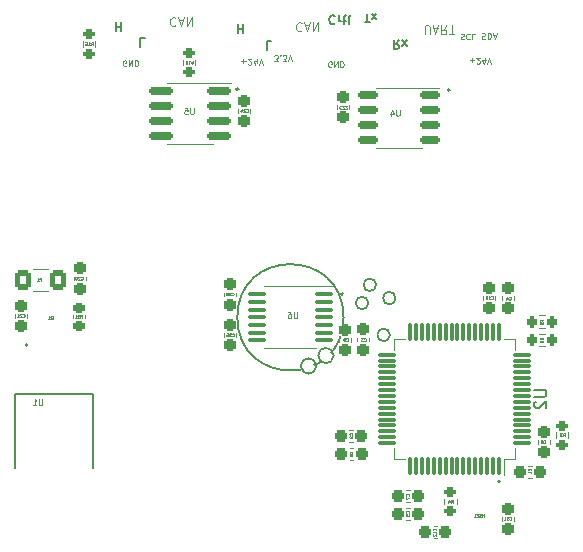
<source format=gbr>
%TF.GenerationSoftware,KiCad,Pcbnew,(7.0.0-0)*%
%TF.CreationDate,2023-03-29T23:18:46+02:00*%
%TF.ProjectId,Nauthiluscontroller,4e617574-6869-46c7-9573-636f6e74726f,rev?*%
%TF.SameCoordinates,Original*%
%TF.FileFunction,Legend,Bot*%
%TF.FilePolarity,Positive*%
%FSLAX46Y46*%
G04 Gerber Fmt 4.6, Leading zero omitted, Abs format (unit mm)*
G04 Created by KiCad (PCBNEW (7.0.0-0)) date 2023-03-29 23:18:46*
%MOMM*%
%LPD*%
G01*
G04 APERTURE LIST*
G04 Aperture macros list*
%AMRoundRect*
0 Rectangle with rounded corners*
0 $1 Rounding radius*
0 $2 $3 $4 $5 $6 $7 $8 $9 X,Y pos of 4 corners*
0 Add a 4 corners polygon primitive as box body*
4,1,4,$2,$3,$4,$5,$6,$7,$8,$9,$2,$3,0*
0 Add four circle primitives for the rounded corners*
1,1,$1+$1,$2,$3*
1,1,$1+$1,$4,$5*
1,1,$1+$1,$6,$7*
1,1,$1+$1,$8,$9*
0 Add four rect primitives between the rounded corners*
20,1,$1+$1,$2,$3,$4,$5,0*
20,1,$1+$1,$4,$5,$6,$7,0*
20,1,$1+$1,$6,$7,$8,$9,0*
20,1,$1+$1,$8,$9,$2,$3,0*%
G04 Aperture macros list end*
%ADD10C,0.150000*%
%ADD11C,0.200000*%
%ADD12C,0.190000*%
%ADD13C,0.125000*%
%ADD14C,0.187500*%
%ADD15C,0.100000*%
%ADD16C,0.062500*%
%ADD17C,0.120000*%
%ADD18C,0.127000*%
%ADD19C,0.600000*%
%ADD20C,2.600000*%
%ADD21C,3.800000*%
%ADD22C,1.000000*%
%ADD23C,3.000000*%
%ADD24C,4.000000*%
%ADD25R,1.350000X1.350000*%
%ADD26O,1.350000X1.350000*%
%ADD27RoundRect,0.237500X-0.237500X0.300000X-0.237500X-0.300000X0.237500X-0.300000X0.237500X0.300000X0*%
%ADD28RoundRect,0.250000X-0.462500X-0.625000X0.462500X-0.625000X0.462500X0.625000X-0.462500X0.625000X0*%
%ADD29RoundRect,0.225000X0.250000X-0.225000X0.250000X0.225000X-0.250000X0.225000X-0.250000X-0.225000X0*%
%ADD30R,0.700000X0.600000*%
%ADD31RoundRect,0.200000X0.200000X0.275000X-0.200000X0.275000X-0.200000X-0.275000X0.200000X-0.275000X0*%
%ADD32RoundRect,0.200000X-0.275000X0.200000X-0.275000X-0.200000X0.275000X-0.200000X0.275000X0.200000X0*%
%ADD33R,0.790000X2.520000*%
%ADD34R,5.570000X6.230000*%
%ADD35RoundRect,0.200000X-0.200000X-0.275000X0.200000X-0.275000X0.200000X0.275000X-0.200000X0.275000X0*%
%ADD36RoundRect,0.237500X0.237500X-0.300000X0.237500X0.300000X-0.237500X0.300000X-0.237500X-0.300000X0*%
%ADD37RoundRect,0.237500X-0.300000X-0.237500X0.300000X-0.237500X0.300000X0.237500X-0.300000X0.237500X0*%
%ADD38RoundRect,0.100000X0.637500X0.100000X-0.637500X0.100000X-0.637500X-0.100000X0.637500X-0.100000X0*%
%ADD39RoundRect,0.200000X0.275000X-0.200000X0.275000X0.200000X-0.275000X0.200000X-0.275000X-0.200000X0*%
%ADD40RoundRect,0.150000X0.825000X0.150000X-0.825000X0.150000X-0.825000X-0.150000X0.825000X-0.150000X0*%
%ADD41R,1.200000X1.400000*%
%ADD42RoundRect,0.150000X0.675000X0.150000X-0.675000X0.150000X-0.675000X-0.150000X0.675000X-0.150000X0*%
%ADD43C,1.500000*%
%ADD44C,0.500000*%
%ADD45R,1.900000X2.400000*%
%ADD46R,0.700000X1.450000*%
%ADD47RoundRect,0.237500X0.300000X0.237500X-0.300000X0.237500X-0.300000X-0.237500X0.300000X-0.237500X0*%
%ADD48RoundRect,0.075000X0.075000X-0.700000X0.075000X0.700000X-0.075000X0.700000X-0.075000X-0.700000X0*%
%ADD49RoundRect,0.075000X0.700000X-0.075000X0.700000X0.075000X-0.700000X0.075000X-0.700000X-0.075000X0*%
G04 APERTURE END LIST*
D10*
X144548680Y-99690000D02*
G75*
G03*
X144548680Y-99690000I-4500000J0D01*
G01*
D11*
X143701920Y-102930000D02*
G75*
G03*
X143701920Y-102930000I-651920J0D01*
G01*
X147301920Y-96940000D02*
G75*
G03*
X147301920Y-96940000I-530960J0D01*
G01*
D12*
X157795000Y-113580000D02*
G75*
G03*
X157795000Y-113580000I-95000J0D01*
G01*
X153535000Y-80470000D02*
G75*
G03*
X153535000Y-80470000I-95000J0D01*
G01*
D11*
X142231920Y-103810000D02*
G75*
G03*
X142231920Y-103810000I-651920J0D01*
G01*
X146640960Y-98470000D02*
G75*
G03*
X146640960Y-98470000I-530960J0D01*
G01*
X148470960Y-101180960D02*
G75*
G03*
X148470960Y-101180960I-530960J0D01*
G01*
X148950960Y-98060960D02*
G75*
G03*
X148950960Y-98060960I-530960J0D01*
G01*
D13*
X140992857Y-74795892D02*
X140957143Y-74760178D01*
X140957143Y-74760178D02*
X140850000Y-74724464D01*
X140850000Y-74724464D02*
X140778572Y-74724464D01*
X140778572Y-74724464D02*
X140671429Y-74760178D01*
X140671429Y-74760178D02*
X140600000Y-74831607D01*
X140600000Y-74831607D02*
X140564286Y-74903035D01*
X140564286Y-74903035D02*
X140528572Y-75045892D01*
X140528572Y-75045892D02*
X140528572Y-75153035D01*
X140528572Y-75153035D02*
X140564286Y-75295892D01*
X140564286Y-75295892D02*
X140600000Y-75367321D01*
X140600000Y-75367321D02*
X140671429Y-75438750D01*
X140671429Y-75438750D02*
X140778572Y-75474464D01*
X140778572Y-75474464D02*
X140850000Y-75474464D01*
X140850000Y-75474464D02*
X140957143Y-75438750D01*
X140957143Y-75438750D02*
X140992857Y-75403035D01*
X141278572Y-74938750D02*
X141635715Y-74938750D01*
X141207143Y-74724464D02*
X141457143Y-75474464D01*
X141457143Y-75474464D02*
X141707143Y-74724464D01*
X141957143Y-74724464D02*
X141957143Y-75474464D01*
X141957143Y-75474464D02*
X142385714Y-74724464D01*
X142385714Y-74724464D02*
X142385714Y-75474464D01*
X154454762Y-75690119D02*
X154526190Y-75666309D01*
X154526190Y-75666309D02*
X154645238Y-75666309D01*
X154645238Y-75666309D02*
X154692857Y-75690119D01*
X154692857Y-75690119D02*
X154716666Y-75713928D01*
X154716666Y-75713928D02*
X154740476Y-75761547D01*
X154740476Y-75761547D02*
X154740476Y-75809166D01*
X154740476Y-75809166D02*
X154716666Y-75856785D01*
X154716666Y-75856785D02*
X154692857Y-75880595D01*
X154692857Y-75880595D02*
X154645238Y-75904404D01*
X154645238Y-75904404D02*
X154550000Y-75928214D01*
X154550000Y-75928214D02*
X154502381Y-75952023D01*
X154502381Y-75952023D02*
X154478571Y-75975833D01*
X154478571Y-75975833D02*
X154454762Y-76023452D01*
X154454762Y-76023452D02*
X154454762Y-76071071D01*
X154454762Y-76071071D02*
X154478571Y-76118690D01*
X154478571Y-76118690D02*
X154502381Y-76142500D01*
X154502381Y-76142500D02*
X154550000Y-76166309D01*
X154550000Y-76166309D02*
X154669047Y-76166309D01*
X154669047Y-76166309D02*
X154740476Y-76142500D01*
X155240475Y-75713928D02*
X155216666Y-75690119D01*
X155216666Y-75690119D02*
X155145237Y-75666309D01*
X155145237Y-75666309D02*
X155097618Y-75666309D01*
X155097618Y-75666309D02*
X155026190Y-75690119D01*
X155026190Y-75690119D02*
X154978571Y-75737738D01*
X154978571Y-75737738D02*
X154954761Y-75785357D01*
X154954761Y-75785357D02*
X154930952Y-75880595D01*
X154930952Y-75880595D02*
X154930952Y-75952023D01*
X154930952Y-75952023D02*
X154954761Y-76047261D01*
X154954761Y-76047261D02*
X154978571Y-76094880D01*
X154978571Y-76094880D02*
X155026190Y-76142500D01*
X155026190Y-76142500D02*
X155097618Y-76166309D01*
X155097618Y-76166309D02*
X155145237Y-76166309D01*
X155145237Y-76166309D02*
X155216666Y-76142500D01*
X155216666Y-76142500D02*
X155240475Y-76118690D01*
X155692856Y-75666309D02*
X155454761Y-75666309D01*
X155454761Y-75666309D02*
X155454761Y-76166309D01*
D14*
X125285714Y-74699464D02*
X125285714Y-75449464D01*
X125285714Y-75092321D02*
X125714285Y-75092321D01*
X125714285Y-74699464D02*
X125714285Y-75449464D01*
X135585714Y-74874464D02*
X135585714Y-75624464D01*
X135585714Y-75267321D02*
X136014285Y-75267321D01*
X136014285Y-74874464D02*
X136014285Y-75624464D01*
X138382143Y-76274464D02*
X138025000Y-76274464D01*
X138025000Y-76274464D02*
X138025000Y-77024464D01*
X146332142Y-74724464D02*
X146760714Y-74724464D01*
X146546428Y-73974464D02*
X146546428Y-74724464D01*
X146939285Y-73974464D02*
X147332143Y-74474464D01*
X146939285Y-74474464D02*
X147332143Y-73974464D01*
X149253571Y-76199464D02*
X149003571Y-76556607D01*
X148825000Y-76199464D02*
X148825000Y-76949464D01*
X148825000Y-76949464D02*
X149110714Y-76949464D01*
X149110714Y-76949464D02*
X149182143Y-76913750D01*
X149182143Y-76913750D02*
X149217857Y-76878035D01*
X149217857Y-76878035D02*
X149253571Y-76806607D01*
X149253571Y-76806607D02*
X149253571Y-76699464D01*
X149253571Y-76699464D02*
X149217857Y-76628035D01*
X149217857Y-76628035D02*
X149182143Y-76592321D01*
X149182143Y-76592321D02*
X149110714Y-76556607D01*
X149110714Y-76556607D02*
X148825000Y-76556607D01*
X149503571Y-76199464D02*
X149896429Y-76699464D01*
X149503571Y-76699464D02*
X149896429Y-76199464D01*
X127702143Y-76064464D02*
X127345000Y-76064464D01*
X127345000Y-76064464D02*
X127345000Y-76814464D01*
D13*
X156242858Y-75640119D02*
X156314286Y-75616309D01*
X156314286Y-75616309D02*
X156433334Y-75616309D01*
X156433334Y-75616309D02*
X156480953Y-75640119D01*
X156480953Y-75640119D02*
X156504762Y-75663928D01*
X156504762Y-75663928D02*
X156528572Y-75711547D01*
X156528572Y-75711547D02*
X156528572Y-75759166D01*
X156528572Y-75759166D02*
X156504762Y-75806785D01*
X156504762Y-75806785D02*
X156480953Y-75830595D01*
X156480953Y-75830595D02*
X156433334Y-75854404D01*
X156433334Y-75854404D02*
X156338096Y-75878214D01*
X156338096Y-75878214D02*
X156290477Y-75902023D01*
X156290477Y-75902023D02*
X156266667Y-75925833D01*
X156266667Y-75925833D02*
X156242858Y-75973452D01*
X156242858Y-75973452D02*
X156242858Y-76021071D01*
X156242858Y-76021071D02*
X156266667Y-76068690D01*
X156266667Y-76068690D02*
X156290477Y-76092500D01*
X156290477Y-76092500D02*
X156338096Y-76116309D01*
X156338096Y-76116309D02*
X156457143Y-76116309D01*
X156457143Y-76116309D02*
X156528572Y-76092500D01*
X156742857Y-75616309D02*
X156742857Y-76116309D01*
X156742857Y-76116309D02*
X156861905Y-76116309D01*
X156861905Y-76116309D02*
X156933333Y-76092500D01*
X156933333Y-76092500D02*
X156980952Y-76044880D01*
X156980952Y-76044880D02*
X157004762Y-75997261D01*
X157004762Y-75997261D02*
X157028571Y-75902023D01*
X157028571Y-75902023D02*
X157028571Y-75830595D01*
X157028571Y-75830595D02*
X157004762Y-75735357D01*
X157004762Y-75735357D02*
X156980952Y-75687738D01*
X156980952Y-75687738D02*
X156933333Y-75640119D01*
X156933333Y-75640119D02*
X156861905Y-75616309D01*
X156861905Y-75616309D02*
X156742857Y-75616309D01*
X157219048Y-75759166D02*
X157457143Y-75759166D01*
X157171429Y-75616309D02*
X157338095Y-76116309D01*
X157338095Y-76116309D02*
X157504762Y-75616309D01*
X151403571Y-75724464D02*
X151403571Y-75117321D01*
X151403571Y-75117321D02*
X151439285Y-75045892D01*
X151439285Y-75045892D02*
X151475000Y-75010178D01*
X151475000Y-75010178D02*
X151546428Y-74974464D01*
X151546428Y-74974464D02*
X151689285Y-74974464D01*
X151689285Y-74974464D02*
X151760714Y-75010178D01*
X151760714Y-75010178D02*
X151796428Y-75045892D01*
X151796428Y-75045892D02*
X151832142Y-75117321D01*
X151832142Y-75117321D02*
X151832142Y-75724464D01*
X152153571Y-75188750D02*
X152510714Y-75188750D01*
X152082142Y-74974464D02*
X152332142Y-75724464D01*
X152332142Y-75724464D02*
X152582142Y-74974464D01*
X153260713Y-74974464D02*
X153010713Y-75331607D01*
X152832142Y-74974464D02*
X152832142Y-75724464D01*
X152832142Y-75724464D02*
X153117856Y-75724464D01*
X153117856Y-75724464D02*
X153189285Y-75688750D01*
X153189285Y-75688750D02*
X153224999Y-75653035D01*
X153224999Y-75653035D02*
X153260713Y-75581607D01*
X153260713Y-75581607D02*
X153260713Y-75474464D01*
X153260713Y-75474464D02*
X153224999Y-75403035D01*
X153224999Y-75403035D02*
X153189285Y-75367321D01*
X153189285Y-75367321D02*
X153117856Y-75331607D01*
X153117856Y-75331607D02*
X152832142Y-75331607D01*
X153474999Y-75724464D02*
X153903571Y-75724464D01*
X153689285Y-74974464D02*
X153689285Y-75724464D01*
X130307857Y-74355892D02*
X130272143Y-74320178D01*
X130272143Y-74320178D02*
X130165000Y-74284464D01*
X130165000Y-74284464D02*
X130093572Y-74284464D01*
X130093572Y-74284464D02*
X129986429Y-74320178D01*
X129986429Y-74320178D02*
X129915000Y-74391607D01*
X129915000Y-74391607D02*
X129879286Y-74463035D01*
X129879286Y-74463035D02*
X129843572Y-74605892D01*
X129843572Y-74605892D02*
X129843572Y-74713035D01*
X129843572Y-74713035D02*
X129879286Y-74855892D01*
X129879286Y-74855892D02*
X129915000Y-74927321D01*
X129915000Y-74927321D02*
X129986429Y-74998750D01*
X129986429Y-74998750D02*
X130093572Y-75034464D01*
X130093572Y-75034464D02*
X130165000Y-75034464D01*
X130165000Y-75034464D02*
X130272143Y-74998750D01*
X130272143Y-74998750D02*
X130307857Y-74963035D01*
X130593572Y-74498750D02*
X130950715Y-74498750D01*
X130522143Y-74284464D02*
X130772143Y-75034464D01*
X130772143Y-75034464D02*
X131022143Y-74284464D01*
X131272143Y-74284464D02*
X131272143Y-75034464D01*
X131272143Y-75034464D02*
X131700714Y-74284464D01*
X131700714Y-74284464D02*
X131700714Y-75034464D01*
D14*
X143809285Y-74175892D02*
X143773571Y-74140178D01*
X143773571Y-74140178D02*
X143666428Y-74104464D01*
X143666428Y-74104464D02*
X143595000Y-74104464D01*
X143595000Y-74104464D02*
X143487857Y-74140178D01*
X143487857Y-74140178D02*
X143416428Y-74211607D01*
X143416428Y-74211607D02*
X143380714Y-74283035D01*
X143380714Y-74283035D02*
X143345000Y-74425892D01*
X143345000Y-74425892D02*
X143345000Y-74533035D01*
X143345000Y-74533035D02*
X143380714Y-74675892D01*
X143380714Y-74675892D02*
X143416428Y-74747321D01*
X143416428Y-74747321D02*
X143487857Y-74818750D01*
X143487857Y-74818750D02*
X143595000Y-74854464D01*
X143595000Y-74854464D02*
X143666428Y-74854464D01*
X143666428Y-74854464D02*
X143773571Y-74818750D01*
X143773571Y-74818750D02*
X143809285Y-74783035D01*
X144130714Y-74104464D02*
X144130714Y-74604464D01*
X144130714Y-74461607D02*
X144166428Y-74533035D01*
X144166428Y-74533035D02*
X144202143Y-74568750D01*
X144202143Y-74568750D02*
X144273571Y-74604464D01*
X144273571Y-74604464D02*
X144345000Y-74604464D01*
X144487857Y-74604464D02*
X144773571Y-74604464D01*
X144595000Y-74854464D02*
X144595000Y-74211607D01*
X144595000Y-74211607D02*
X144630714Y-74140178D01*
X144630714Y-74140178D02*
X144702143Y-74104464D01*
X144702143Y-74104464D02*
X144773571Y-74104464D01*
X145130714Y-74104464D02*
X145059285Y-74140178D01*
X145059285Y-74140178D02*
X145023571Y-74211607D01*
X145023571Y-74211607D02*
X145023571Y-74854464D01*
D15*
%TO.C,U9*%
X135869048Y-77976785D02*
X136250001Y-77976785D01*
X136059524Y-77786309D02*
X136059524Y-78167261D01*
X136464287Y-78238690D02*
X136488096Y-78262500D01*
X136488096Y-78262500D02*
X136535715Y-78286309D01*
X136535715Y-78286309D02*
X136654763Y-78286309D01*
X136654763Y-78286309D02*
X136702382Y-78262500D01*
X136702382Y-78262500D02*
X136726191Y-78238690D01*
X136726191Y-78238690D02*
X136750001Y-78191071D01*
X136750001Y-78191071D02*
X136750001Y-78143452D01*
X136750001Y-78143452D02*
X136726191Y-78072023D01*
X136726191Y-78072023D02*
X136440477Y-77786309D01*
X136440477Y-77786309D02*
X136750001Y-77786309D01*
X137178572Y-78119642D02*
X137178572Y-77786309D01*
X137059524Y-78310119D02*
X136940477Y-77952976D01*
X136940477Y-77952976D02*
X137250000Y-77952976D01*
X137369048Y-78286309D02*
X137535714Y-77786309D01*
X137535714Y-77786309D02*
X137702381Y-78286309D01*
%TO.C,U10*%
X143519047Y-78492500D02*
X143471428Y-78516309D01*
X143471428Y-78516309D02*
X143399999Y-78516309D01*
X143399999Y-78516309D02*
X143328571Y-78492500D01*
X143328571Y-78492500D02*
X143280952Y-78444880D01*
X143280952Y-78444880D02*
X143257142Y-78397261D01*
X143257142Y-78397261D02*
X143233333Y-78302023D01*
X143233333Y-78302023D02*
X143233333Y-78230595D01*
X143233333Y-78230595D02*
X143257142Y-78135357D01*
X143257142Y-78135357D02*
X143280952Y-78087738D01*
X143280952Y-78087738D02*
X143328571Y-78040119D01*
X143328571Y-78040119D02*
X143399999Y-78016309D01*
X143399999Y-78016309D02*
X143447618Y-78016309D01*
X143447618Y-78016309D02*
X143519047Y-78040119D01*
X143519047Y-78040119D02*
X143542856Y-78063928D01*
X143542856Y-78063928D02*
X143542856Y-78230595D01*
X143542856Y-78230595D02*
X143447618Y-78230595D01*
X143757142Y-78016309D02*
X143757142Y-78516309D01*
X143757142Y-78516309D02*
X144042856Y-78016309D01*
X144042856Y-78016309D02*
X144042856Y-78516309D01*
X144280952Y-78016309D02*
X144280952Y-78516309D01*
X144280952Y-78516309D02*
X144400000Y-78516309D01*
X144400000Y-78516309D02*
X144471428Y-78492500D01*
X144471428Y-78492500D02*
X144519047Y-78444880D01*
X144519047Y-78444880D02*
X144542857Y-78397261D01*
X144542857Y-78397261D02*
X144566666Y-78302023D01*
X144566666Y-78302023D02*
X144566666Y-78230595D01*
X144566666Y-78230595D02*
X144542857Y-78135357D01*
X144542857Y-78135357D02*
X144519047Y-78087738D01*
X144519047Y-78087738D02*
X144471428Y-78040119D01*
X144471428Y-78040119D02*
X144400000Y-78016309D01*
X144400000Y-78016309D02*
X144280952Y-78016309D01*
%TO.C,U12*%
X155219048Y-77906785D02*
X155600001Y-77906785D01*
X155409524Y-77716309D02*
X155409524Y-78097261D01*
X155814287Y-78168690D02*
X155838096Y-78192500D01*
X155838096Y-78192500D02*
X155885715Y-78216309D01*
X155885715Y-78216309D02*
X156004763Y-78216309D01*
X156004763Y-78216309D02*
X156052382Y-78192500D01*
X156052382Y-78192500D02*
X156076191Y-78168690D01*
X156076191Y-78168690D02*
X156100001Y-78121071D01*
X156100001Y-78121071D02*
X156100001Y-78073452D01*
X156100001Y-78073452D02*
X156076191Y-78002023D01*
X156076191Y-78002023D02*
X155790477Y-77716309D01*
X155790477Y-77716309D02*
X156100001Y-77716309D01*
X156528572Y-78049642D02*
X156528572Y-77716309D01*
X156409524Y-78240119D02*
X156290477Y-77882976D01*
X156290477Y-77882976D02*
X156600000Y-77882976D01*
X156719048Y-78216309D02*
X156885714Y-77716309D01*
X156885714Y-77716309D02*
X157052381Y-78216309D01*
%TO.C,U8*%
X126139047Y-78402500D02*
X126091428Y-78426309D01*
X126091428Y-78426309D02*
X126019999Y-78426309D01*
X126019999Y-78426309D02*
X125948571Y-78402500D01*
X125948571Y-78402500D02*
X125900952Y-78354880D01*
X125900952Y-78354880D02*
X125877142Y-78307261D01*
X125877142Y-78307261D02*
X125853333Y-78212023D01*
X125853333Y-78212023D02*
X125853333Y-78140595D01*
X125853333Y-78140595D02*
X125877142Y-78045357D01*
X125877142Y-78045357D02*
X125900952Y-77997738D01*
X125900952Y-77997738D02*
X125948571Y-77950119D01*
X125948571Y-77950119D02*
X126019999Y-77926309D01*
X126019999Y-77926309D02*
X126067618Y-77926309D01*
X126067618Y-77926309D02*
X126139047Y-77950119D01*
X126139047Y-77950119D02*
X126162856Y-77973928D01*
X126162856Y-77973928D02*
X126162856Y-78140595D01*
X126162856Y-78140595D02*
X126067618Y-78140595D01*
X126377142Y-77926309D02*
X126377142Y-78426309D01*
X126377142Y-78426309D02*
X126662856Y-77926309D01*
X126662856Y-77926309D02*
X126662856Y-78426309D01*
X126900952Y-77926309D02*
X126900952Y-78426309D01*
X126900952Y-78426309D02*
X127020000Y-78426309D01*
X127020000Y-78426309D02*
X127091428Y-78402500D01*
X127091428Y-78402500D02*
X127139047Y-78354880D01*
X127139047Y-78354880D02*
X127162857Y-78307261D01*
X127162857Y-78307261D02*
X127186666Y-78212023D01*
X127186666Y-78212023D02*
X127186666Y-78140595D01*
X127186666Y-78140595D02*
X127162857Y-78045357D01*
X127162857Y-78045357D02*
X127139047Y-77997738D01*
X127139047Y-77997738D02*
X127091428Y-77950119D01*
X127091428Y-77950119D02*
X127020000Y-77926309D01*
X127020000Y-77926309D02*
X126900952Y-77926309D01*
%TO.C,U11*%
X138681905Y-77986309D02*
X138991429Y-77986309D01*
X138991429Y-77986309D02*
X138824762Y-77795833D01*
X138824762Y-77795833D02*
X138896191Y-77795833D01*
X138896191Y-77795833D02*
X138943810Y-77772023D01*
X138943810Y-77772023D02*
X138967619Y-77748214D01*
X138967619Y-77748214D02*
X138991429Y-77700595D01*
X138991429Y-77700595D02*
X138991429Y-77581547D01*
X138991429Y-77581547D02*
X138967619Y-77533928D01*
X138967619Y-77533928D02*
X138943810Y-77510119D01*
X138943810Y-77510119D02*
X138896191Y-77486309D01*
X138896191Y-77486309D02*
X138753334Y-77486309D01*
X138753334Y-77486309D02*
X138705715Y-77510119D01*
X138705715Y-77510119D02*
X138681905Y-77533928D01*
X139205714Y-77533928D02*
X139229524Y-77510119D01*
X139229524Y-77510119D02*
X139205714Y-77486309D01*
X139205714Y-77486309D02*
X139181905Y-77510119D01*
X139181905Y-77510119D02*
X139205714Y-77533928D01*
X139205714Y-77533928D02*
X139205714Y-77486309D01*
X139396190Y-77986309D02*
X139705714Y-77986309D01*
X139705714Y-77986309D02*
X139539047Y-77795833D01*
X139539047Y-77795833D02*
X139610476Y-77795833D01*
X139610476Y-77795833D02*
X139658095Y-77772023D01*
X139658095Y-77772023D02*
X139681904Y-77748214D01*
X139681904Y-77748214D02*
X139705714Y-77700595D01*
X139705714Y-77700595D02*
X139705714Y-77581547D01*
X139705714Y-77581547D02*
X139681904Y-77533928D01*
X139681904Y-77533928D02*
X139658095Y-77510119D01*
X139658095Y-77510119D02*
X139610476Y-77486309D01*
X139610476Y-77486309D02*
X139467619Y-77486309D01*
X139467619Y-77486309D02*
X139420000Y-77510119D01*
X139420000Y-77510119D02*
X139396190Y-77533928D01*
X139848571Y-77986309D02*
X140015237Y-77486309D01*
X140015237Y-77486309D02*
X140181904Y-77986309D01*
D16*
%TO.C,C21*%
X117390714Y-99648035D02*
X117402618Y-99659940D01*
X117402618Y-99659940D02*
X117438333Y-99671845D01*
X117438333Y-99671845D02*
X117462142Y-99671845D01*
X117462142Y-99671845D02*
X117497856Y-99659940D01*
X117497856Y-99659940D02*
X117521666Y-99636130D01*
X117521666Y-99636130D02*
X117533571Y-99612321D01*
X117533571Y-99612321D02*
X117545475Y-99564702D01*
X117545475Y-99564702D02*
X117545475Y-99528988D01*
X117545475Y-99528988D02*
X117533571Y-99481369D01*
X117533571Y-99481369D02*
X117521666Y-99457559D01*
X117521666Y-99457559D02*
X117497856Y-99433750D01*
X117497856Y-99433750D02*
X117462142Y-99421845D01*
X117462142Y-99421845D02*
X117438333Y-99421845D01*
X117438333Y-99421845D02*
X117402618Y-99433750D01*
X117402618Y-99433750D02*
X117390714Y-99445654D01*
X117295475Y-99445654D02*
X117283571Y-99433750D01*
X117283571Y-99433750D02*
X117259761Y-99421845D01*
X117259761Y-99421845D02*
X117200237Y-99421845D01*
X117200237Y-99421845D02*
X117176428Y-99433750D01*
X117176428Y-99433750D02*
X117164523Y-99445654D01*
X117164523Y-99445654D02*
X117152618Y-99469464D01*
X117152618Y-99469464D02*
X117152618Y-99493273D01*
X117152618Y-99493273D02*
X117164523Y-99528988D01*
X117164523Y-99528988D02*
X117307380Y-99671845D01*
X117307380Y-99671845D02*
X117152618Y-99671845D01*
X116914523Y-99671845D02*
X117057380Y-99671845D01*
X116985952Y-99671845D02*
X116985952Y-99421845D01*
X116985952Y-99421845D02*
X117009761Y-99457559D01*
X117009761Y-99457559D02*
X117033571Y-99481369D01*
X117033571Y-99481369D02*
X117057380Y-99493273D01*
%TO.C,C20*%
X122310714Y-96468035D02*
X122322618Y-96479940D01*
X122322618Y-96479940D02*
X122358333Y-96491845D01*
X122358333Y-96491845D02*
X122382142Y-96491845D01*
X122382142Y-96491845D02*
X122417856Y-96479940D01*
X122417856Y-96479940D02*
X122441666Y-96456130D01*
X122441666Y-96456130D02*
X122453571Y-96432321D01*
X122453571Y-96432321D02*
X122465475Y-96384702D01*
X122465475Y-96384702D02*
X122465475Y-96348988D01*
X122465475Y-96348988D02*
X122453571Y-96301369D01*
X122453571Y-96301369D02*
X122441666Y-96277559D01*
X122441666Y-96277559D02*
X122417856Y-96253750D01*
X122417856Y-96253750D02*
X122382142Y-96241845D01*
X122382142Y-96241845D02*
X122358333Y-96241845D01*
X122358333Y-96241845D02*
X122322618Y-96253750D01*
X122322618Y-96253750D02*
X122310714Y-96265654D01*
X122215475Y-96265654D02*
X122203571Y-96253750D01*
X122203571Y-96253750D02*
X122179761Y-96241845D01*
X122179761Y-96241845D02*
X122120237Y-96241845D01*
X122120237Y-96241845D02*
X122096428Y-96253750D01*
X122096428Y-96253750D02*
X122084523Y-96265654D01*
X122084523Y-96265654D02*
X122072618Y-96289464D01*
X122072618Y-96289464D02*
X122072618Y-96313273D01*
X122072618Y-96313273D02*
X122084523Y-96348988D01*
X122084523Y-96348988D02*
X122227380Y-96491845D01*
X122227380Y-96491845D02*
X122072618Y-96491845D01*
X121917857Y-96241845D02*
X121894047Y-96241845D01*
X121894047Y-96241845D02*
X121870238Y-96253750D01*
X121870238Y-96253750D02*
X121858333Y-96265654D01*
X121858333Y-96265654D02*
X121846428Y-96289464D01*
X121846428Y-96289464D02*
X121834523Y-96337083D01*
X121834523Y-96337083D02*
X121834523Y-96396607D01*
X121834523Y-96396607D02*
X121846428Y-96444226D01*
X121846428Y-96444226D02*
X121858333Y-96468035D01*
X121858333Y-96468035D02*
X121870238Y-96479940D01*
X121870238Y-96479940D02*
X121894047Y-96491845D01*
X121894047Y-96491845D02*
X121917857Y-96491845D01*
X121917857Y-96491845D02*
X121941666Y-96479940D01*
X121941666Y-96479940D02*
X121953571Y-96468035D01*
X121953571Y-96468035D02*
X121965476Y-96444226D01*
X121965476Y-96444226D02*
X121977380Y-96396607D01*
X121977380Y-96396607D02*
X121977380Y-96337083D01*
X121977380Y-96337083D02*
X121965476Y-96289464D01*
X121965476Y-96289464D02*
X121953571Y-96265654D01*
X121953571Y-96265654D02*
X121941666Y-96253750D01*
X121941666Y-96253750D02*
X121917857Y-96241845D01*
%TO.C,F1*%
X118878332Y-96475892D02*
X118961666Y-96475892D01*
X118961666Y-96606845D02*
X118961666Y-96356845D01*
X118961666Y-96356845D02*
X118842618Y-96356845D01*
X118616427Y-96606845D02*
X118759284Y-96606845D01*
X118687856Y-96606845D02*
X118687856Y-96356845D01*
X118687856Y-96356845D02*
X118711665Y-96392559D01*
X118711665Y-96392559D02*
X118735475Y-96416369D01*
X118735475Y-96416369D02*
X118759284Y-96428273D01*
%TO.C,FB1*%
X122328332Y-99590892D02*
X122411666Y-99590892D01*
X122411666Y-99721845D02*
X122411666Y-99471845D01*
X122411666Y-99471845D02*
X122292618Y-99471845D01*
X122114046Y-99590892D02*
X122078332Y-99602797D01*
X122078332Y-99602797D02*
X122066427Y-99614702D01*
X122066427Y-99614702D02*
X122054523Y-99638511D01*
X122054523Y-99638511D02*
X122054523Y-99674226D01*
X122054523Y-99674226D02*
X122066427Y-99698035D01*
X122066427Y-99698035D02*
X122078332Y-99709940D01*
X122078332Y-99709940D02*
X122102142Y-99721845D01*
X122102142Y-99721845D02*
X122197380Y-99721845D01*
X122197380Y-99721845D02*
X122197380Y-99471845D01*
X122197380Y-99471845D02*
X122114046Y-99471845D01*
X122114046Y-99471845D02*
X122090237Y-99483750D01*
X122090237Y-99483750D02*
X122078332Y-99495654D01*
X122078332Y-99495654D02*
X122066427Y-99519464D01*
X122066427Y-99519464D02*
X122066427Y-99543273D01*
X122066427Y-99543273D02*
X122078332Y-99567083D01*
X122078332Y-99567083D02*
X122090237Y-99578988D01*
X122090237Y-99578988D02*
X122114046Y-99590892D01*
X122114046Y-99590892D02*
X122197380Y-99590892D01*
X121816427Y-99721845D02*
X121959284Y-99721845D01*
X121887856Y-99721845D02*
X121887856Y-99471845D01*
X121887856Y-99471845D02*
X121911665Y-99507559D01*
X121911665Y-99507559D02*
X121935475Y-99531369D01*
X121935475Y-99531369D02*
X121959284Y-99543273D01*
%TO.C,Q1*%
X119763809Y-99845654D02*
X119787619Y-99833750D01*
X119787619Y-99833750D02*
X119811428Y-99809940D01*
X119811428Y-99809940D02*
X119847142Y-99774226D01*
X119847142Y-99774226D02*
X119870952Y-99762321D01*
X119870952Y-99762321D02*
X119894761Y-99762321D01*
X119882857Y-99821845D02*
X119906666Y-99809940D01*
X119906666Y-99809940D02*
X119930476Y-99786130D01*
X119930476Y-99786130D02*
X119942380Y-99738511D01*
X119942380Y-99738511D02*
X119942380Y-99655178D01*
X119942380Y-99655178D02*
X119930476Y-99607559D01*
X119930476Y-99607559D02*
X119906666Y-99583750D01*
X119906666Y-99583750D02*
X119882857Y-99571845D01*
X119882857Y-99571845D02*
X119835238Y-99571845D01*
X119835238Y-99571845D02*
X119811428Y-99583750D01*
X119811428Y-99583750D02*
X119787619Y-99607559D01*
X119787619Y-99607559D02*
X119775714Y-99655178D01*
X119775714Y-99655178D02*
X119775714Y-99738511D01*
X119775714Y-99738511D02*
X119787619Y-99786130D01*
X119787619Y-99786130D02*
X119811428Y-99809940D01*
X119811428Y-99809940D02*
X119835238Y-99821845D01*
X119835238Y-99821845D02*
X119882857Y-99821845D01*
X119537618Y-99821845D02*
X119680475Y-99821845D01*
X119609047Y-99821845D02*
X119609047Y-99571845D01*
X119609047Y-99571845D02*
X119632856Y-99607559D01*
X119632856Y-99607559D02*
X119656666Y-99631369D01*
X119656666Y-99631369D02*
X119680475Y-99643273D01*
%TO.C,R6*%
X161441845Y-100058333D02*
X161322797Y-99975000D01*
X161441845Y-99915476D02*
X161191845Y-99915476D01*
X161191845Y-99915476D02*
X161191845Y-100010714D01*
X161191845Y-100010714D02*
X161203750Y-100034524D01*
X161203750Y-100034524D02*
X161215654Y-100046429D01*
X161215654Y-100046429D02*
X161239464Y-100058333D01*
X161239464Y-100058333D02*
X161275178Y-100058333D01*
X161275178Y-100058333D02*
X161298988Y-100046429D01*
X161298988Y-100046429D02*
X161310892Y-100034524D01*
X161310892Y-100034524D02*
X161322797Y-100010714D01*
X161322797Y-100010714D02*
X161322797Y-99915476D01*
X161191845Y-100272619D02*
X161191845Y-100225000D01*
X161191845Y-100225000D02*
X161203750Y-100201191D01*
X161203750Y-100201191D02*
X161215654Y-100189286D01*
X161215654Y-100189286D02*
X161251369Y-100165476D01*
X161251369Y-100165476D02*
X161298988Y-100153572D01*
X161298988Y-100153572D02*
X161394226Y-100153572D01*
X161394226Y-100153572D02*
X161418035Y-100165476D01*
X161418035Y-100165476D02*
X161429940Y-100177381D01*
X161429940Y-100177381D02*
X161441845Y-100201191D01*
X161441845Y-100201191D02*
X161441845Y-100248810D01*
X161441845Y-100248810D02*
X161429940Y-100272619D01*
X161429940Y-100272619D02*
X161418035Y-100284524D01*
X161418035Y-100284524D02*
X161394226Y-100296429D01*
X161394226Y-100296429D02*
X161334702Y-100296429D01*
X161334702Y-100296429D02*
X161310892Y-100284524D01*
X161310892Y-100284524D02*
X161298988Y-100272619D01*
X161298988Y-100272619D02*
X161287083Y-100248810D01*
X161287083Y-100248810D02*
X161287083Y-100201191D01*
X161287083Y-100201191D02*
X161298988Y-100177381D01*
X161298988Y-100177381D02*
X161310892Y-100165476D01*
X161310892Y-100165476D02*
X161334702Y-100153572D01*
%TO.C,C22*%
X144339285Y-81816964D02*
X144327381Y-81805059D01*
X144327381Y-81805059D02*
X144291666Y-81793154D01*
X144291666Y-81793154D02*
X144267857Y-81793154D01*
X144267857Y-81793154D02*
X144232143Y-81805059D01*
X144232143Y-81805059D02*
X144208333Y-81828869D01*
X144208333Y-81828869D02*
X144196428Y-81852678D01*
X144196428Y-81852678D02*
X144184524Y-81900297D01*
X144184524Y-81900297D02*
X144184524Y-81936011D01*
X144184524Y-81936011D02*
X144196428Y-81983630D01*
X144196428Y-81983630D02*
X144208333Y-82007440D01*
X144208333Y-82007440D02*
X144232143Y-82031250D01*
X144232143Y-82031250D02*
X144267857Y-82043154D01*
X144267857Y-82043154D02*
X144291666Y-82043154D01*
X144291666Y-82043154D02*
X144327381Y-82031250D01*
X144327381Y-82031250D02*
X144339285Y-82019345D01*
X144434524Y-82019345D02*
X144446428Y-82031250D01*
X144446428Y-82031250D02*
X144470238Y-82043154D01*
X144470238Y-82043154D02*
X144529762Y-82043154D01*
X144529762Y-82043154D02*
X144553571Y-82031250D01*
X144553571Y-82031250D02*
X144565476Y-82019345D01*
X144565476Y-82019345D02*
X144577381Y-81995535D01*
X144577381Y-81995535D02*
X144577381Y-81971726D01*
X144577381Y-81971726D02*
X144565476Y-81936011D01*
X144565476Y-81936011D02*
X144422619Y-81793154D01*
X144422619Y-81793154D02*
X144577381Y-81793154D01*
X144672619Y-82019345D02*
X144684523Y-82031250D01*
X144684523Y-82031250D02*
X144708333Y-82043154D01*
X144708333Y-82043154D02*
X144767857Y-82043154D01*
X144767857Y-82043154D02*
X144791666Y-82031250D01*
X144791666Y-82031250D02*
X144803571Y-82019345D01*
X144803571Y-82019345D02*
X144815476Y-81995535D01*
X144815476Y-81995535D02*
X144815476Y-81971726D01*
X144815476Y-81971726D02*
X144803571Y-81936011D01*
X144803571Y-81936011D02*
X144660714Y-81793154D01*
X144660714Y-81793154D02*
X144815476Y-81793154D01*
%TO.C,C25*%
X135110714Y-101280535D02*
X135122618Y-101292440D01*
X135122618Y-101292440D02*
X135158333Y-101304345D01*
X135158333Y-101304345D02*
X135182142Y-101304345D01*
X135182142Y-101304345D02*
X135217856Y-101292440D01*
X135217856Y-101292440D02*
X135241666Y-101268630D01*
X135241666Y-101268630D02*
X135253571Y-101244821D01*
X135253571Y-101244821D02*
X135265475Y-101197202D01*
X135265475Y-101197202D02*
X135265475Y-101161488D01*
X135265475Y-101161488D02*
X135253571Y-101113869D01*
X135253571Y-101113869D02*
X135241666Y-101090059D01*
X135241666Y-101090059D02*
X135217856Y-101066250D01*
X135217856Y-101066250D02*
X135182142Y-101054345D01*
X135182142Y-101054345D02*
X135158333Y-101054345D01*
X135158333Y-101054345D02*
X135122618Y-101066250D01*
X135122618Y-101066250D02*
X135110714Y-101078154D01*
X135015475Y-101078154D02*
X135003571Y-101066250D01*
X135003571Y-101066250D02*
X134979761Y-101054345D01*
X134979761Y-101054345D02*
X134920237Y-101054345D01*
X134920237Y-101054345D02*
X134896428Y-101066250D01*
X134896428Y-101066250D02*
X134884523Y-101078154D01*
X134884523Y-101078154D02*
X134872618Y-101101964D01*
X134872618Y-101101964D02*
X134872618Y-101125773D01*
X134872618Y-101125773D02*
X134884523Y-101161488D01*
X134884523Y-101161488D02*
X135027380Y-101304345D01*
X135027380Y-101304345D02*
X134872618Y-101304345D01*
X134646428Y-101054345D02*
X134765476Y-101054345D01*
X134765476Y-101054345D02*
X134777380Y-101173392D01*
X134777380Y-101173392D02*
X134765476Y-101161488D01*
X134765476Y-101161488D02*
X134741666Y-101149583D01*
X134741666Y-101149583D02*
X134682142Y-101149583D01*
X134682142Y-101149583D02*
X134658333Y-101161488D01*
X134658333Y-101161488D02*
X134646428Y-101173392D01*
X134646428Y-101173392D02*
X134634523Y-101197202D01*
X134634523Y-101197202D02*
X134634523Y-101256726D01*
X134634523Y-101256726D02*
X134646428Y-101280535D01*
X134646428Y-101280535D02*
X134658333Y-101292440D01*
X134658333Y-101292440D02*
X134682142Y-101304345D01*
X134682142Y-101304345D02*
X134741666Y-101304345D01*
X134741666Y-101304345D02*
X134765476Y-101292440D01*
X134765476Y-101292440D02*
X134777380Y-101280535D01*
%TO.C,R15*%
X123160714Y-76661845D02*
X123244047Y-76542797D01*
X123303571Y-76661845D02*
X123303571Y-76411845D01*
X123303571Y-76411845D02*
X123208333Y-76411845D01*
X123208333Y-76411845D02*
X123184523Y-76423750D01*
X123184523Y-76423750D02*
X123172618Y-76435654D01*
X123172618Y-76435654D02*
X123160714Y-76459464D01*
X123160714Y-76459464D02*
X123160714Y-76495178D01*
X123160714Y-76495178D02*
X123172618Y-76518988D01*
X123172618Y-76518988D02*
X123184523Y-76530892D01*
X123184523Y-76530892D02*
X123208333Y-76542797D01*
X123208333Y-76542797D02*
X123303571Y-76542797D01*
X122922618Y-76661845D02*
X123065475Y-76661845D01*
X122994047Y-76661845D02*
X122994047Y-76411845D01*
X122994047Y-76411845D02*
X123017856Y-76447559D01*
X123017856Y-76447559D02*
X123041666Y-76471369D01*
X123041666Y-76471369D02*
X123065475Y-76483273D01*
X122696428Y-76411845D02*
X122815476Y-76411845D01*
X122815476Y-76411845D02*
X122827380Y-76530892D01*
X122827380Y-76530892D02*
X122815476Y-76518988D01*
X122815476Y-76518988D02*
X122791666Y-76507083D01*
X122791666Y-76507083D02*
X122732142Y-76507083D01*
X122732142Y-76507083D02*
X122708333Y-76518988D01*
X122708333Y-76518988D02*
X122696428Y-76530892D01*
X122696428Y-76530892D02*
X122684523Y-76554702D01*
X122684523Y-76554702D02*
X122684523Y-76614226D01*
X122684523Y-76614226D02*
X122696428Y-76638035D01*
X122696428Y-76638035D02*
X122708333Y-76649940D01*
X122708333Y-76649940D02*
X122732142Y-76661845D01*
X122732142Y-76661845D02*
X122791666Y-76661845D01*
X122791666Y-76661845D02*
X122815476Y-76649940D01*
X122815476Y-76649940D02*
X122827380Y-76638035D01*
D13*
%TO.C,U1*%
X119040952Y-106603690D02*
X119040952Y-107008452D01*
X119040952Y-107008452D02*
X119017142Y-107056071D01*
X119017142Y-107056071D02*
X118993333Y-107079880D01*
X118993333Y-107079880D02*
X118945714Y-107103690D01*
X118945714Y-107103690D02*
X118850476Y-107103690D01*
X118850476Y-107103690D02*
X118802857Y-107079880D01*
X118802857Y-107079880D02*
X118779047Y-107056071D01*
X118779047Y-107056071D02*
X118755238Y-107008452D01*
X118755238Y-107008452D02*
X118755238Y-106603690D01*
X118255237Y-107103690D02*
X118540951Y-107103690D01*
X118398094Y-107103690D02*
X118398094Y-106603690D01*
X118398094Y-106603690D02*
X118445713Y-106675119D01*
X118445713Y-106675119D02*
X118493332Y-106722738D01*
X118493332Y-106722738D02*
X118540951Y-106746547D01*
D16*
%TO.C,R9*%
X161441845Y-101558333D02*
X161322797Y-101475000D01*
X161441845Y-101415476D02*
X161191845Y-101415476D01*
X161191845Y-101415476D02*
X161191845Y-101510714D01*
X161191845Y-101510714D02*
X161203750Y-101534524D01*
X161203750Y-101534524D02*
X161215654Y-101546429D01*
X161215654Y-101546429D02*
X161239464Y-101558333D01*
X161239464Y-101558333D02*
X161275178Y-101558333D01*
X161275178Y-101558333D02*
X161298988Y-101546429D01*
X161298988Y-101546429D02*
X161310892Y-101534524D01*
X161310892Y-101534524D02*
X161322797Y-101510714D01*
X161322797Y-101510714D02*
X161322797Y-101415476D01*
X161441845Y-101677381D02*
X161441845Y-101725000D01*
X161441845Y-101725000D02*
X161429940Y-101748810D01*
X161429940Y-101748810D02*
X161418035Y-101760714D01*
X161418035Y-101760714D02*
X161382321Y-101784524D01*
X161382321Y-101784524D02*
X161334702Y-101796429D01*
X161334702Y-101796429D02*
X161239464Y-101796429D01*
X161239464Y-101796429D02*
X161215654Y-101784524D01*
X161215654Y-101784524D02*
X161203750Y-101772619D01*
X161203750Y-101772619D02*
X161191845Y-101748810D01*
X161191845Y-101748810D02*
X161191845Y-101701191D01*
X161191845Y-101701191D02*
X161203750Y-101677381D01*
X161203750Y-101677381D02*
X161215654Y-101665476D01*
X161215654Y-101665476D02*
X161239464Y-101653572D01*
X161239464Y-101653572D02*
X161298988Y-101653572D01*
X161298988Y-101653572D02*
X161322797Y-101665476D01*
X161322797Y-101665476D02*
X161334702Y-101677381D01*
X161334702Y-101677381D02*
X161346607Y-101701191D01*
X161346607Y-101701191D02*
X161346607Y-101748810D01*
X161346607Y-101748810D02*
X161334702Y-101772619D01*
X161334702Y-101772619D02*
X161322797Y-101784524D01*
X161322797Y-101784524D02*
X161298988Y-101796429D01*
%TO.C,C11*%
X158590714Y-116808035D02*
X158602618Y-116819940D01*
X158602618Y-116819940D02*
X158638333Y-116831845D01*
X158638333Y-116831845D02*
X158662142Y-116831845D01*
X158662142Y-116831845D02*
X158697856Y-116819940D01*
X158697856Y-116819940D02*
X158721666Y-116796130D01*
X158721666Y-116796130D02*
X158733571Y-116772321D01*
X158733571Y-116772321D02*
X158745475Y-116724702D01*
X158745475Y-116724702D02*
X158745475Y-116688988D01*
X158745475Y-116688988D02*
X158733571Y-116641369D01*
X158733571Y-116641369D02*
X158721666Y-116617559D01*
X158721666Y-116617559D02*
X158697856Y-116593750D01*
X158697856Y-116593750D02*
X158662142Y-116581845D01*
X158662142Y-116581845D02*
X158638333Y-116581845D01*
X158638333Y-116581845D02*
X158602618Y-116593750D01*
X158602618Y-116593750D02*
X158590714Y-116605654D01*
X158352618Y-116831845D02*
X158495475Y-116831845D01*
X158424047Y-116831845D02*
X158424047Y-116581845D01*
X158424047Y-116581845D02*
X158447856Y-116617559D01*
X158447856Y-116617559D02*
X158471666Y-116641369D01*
X158471666Y-116641369D02*
X158495475Y-116653273D01*
X158114523Y-116831845D02*
X158257380Y-116831845D01*
X158185952Y-116831845D02*
X158185952Y-116581845D01*
X158185952Y-116581845D02*
X158209761Y-116617559D01*
X158209761Y-116617559D02*
X158233571Y-116641369D01*
X158233571Y-116641369D02*
X158257380Y-116653273D01*
%TO.C,R4*%
X153631666Y-115391845D02*
X153714999Y-115272797D01*
X153774523Y-115391845D02*
X153774523Y-115141845D01*
X153774523Y-115141845D02*
X153679285Y-115141845D01*
X153679285Y-115141845D02*
X153655475Y-115153750D01*
X153655475Y-115153750D02*
X153643570Y-115165654D01*
X153643570Y-115165654D02*
X153631666Y-115189464D01*
X153631666Y-115189464D02*
X153631666Y-115225178D01*
X153631666Y-115225178D02*
X153643570Y-115248988D01*
X153643570Y-115248988D02*
X153655475Y-115260892D01*
X153655475Y-115260892D02*
X153679285Y-115272797D01*
X153679285Y-115272797D02*
X153774523Y-115272797D01*
X153417380Y-115225178D02*
X153417380Y-115391845D01*
X153476904Y-115129940D02*
X153536427Y-115308511D01*
X153536427Y-115308511D02*
X153381666Y-115308511D01*
%TO.C,C12*%
X152360535Y-117729285D02*
X152372440Y-117717381D01*
X152372440Y-117717381D02*
X152384345Y-117681666D01*
X152384345Y-117681666D02*
X152384345Y-117657857D01*
X152384345Y-117657857D02*
X152372440Y-117622143D01*
X152372440Y-117622143D02*
X152348630Y-117598333D01*
X152348630Y-117598333D02*
X152324821Y-117586428D01*
X152324821Y-117586428D02*
X152277202Y-117574524D01*
X152277202Y-117574524D02*
X152241488Y-117574524D01*
X152241488Y-117574524D02*
X152193869Y-117586428D01*
X152193869Y-117586428D02*
X152170059Y-117598333D01*
X152170059Y-117598333D02*
X152146250Y-117622143D01*
X152146250Y-117622143D02*
X152134345Y-117657857D01*
X152134345Y-117657857D02*
X152134345Y-117681666D01*
X152134345Y-117681666D02*
X152146250Y-117717381D01*
X152146250Y-117717381D02*
X152158154Y-117729285D01*
X152384345Y-117967381D02*
X152384345Y-117824524D01*
X152384345Y-117895952D02*
X152134345Y-117895952D01*
X152134345Y-117895952D02*
X152170059Y-117872143D01*
X152170059Y-117872143D02*
X152193869Y-117848333D01*
X152193869Y-117848333D02*
X152205773Y-117824524D01*
X152158154Y-118062619D02*
X152146250Y-118074523D01*
X152146250Y-118074523D02*
X152134345Y-118098333D01*
X152134345Y-118098333D02*
X152134345Y-118157857D01*
X152134345Y-118157857D02*
X152146250Y-118181666D01*
X152146250Y-118181666D02*
X152158154Y-118193571D01*
X152158154Y-118193571D02*
X152181964Y-118205476D01*
X152181964Y-118205476D02*
X152205773Y-118205476D01*
X152205773Y-118205476D02*
X152241488Y-118193571D01*
X152241488Y-118193571D02*
X152384345Y-118050714D01*
X152384345Y-118050714D02*
X152384345Y-118205476D01*
D13*
%TO.C,U6*%
X140620245Y-99254397D02*
X140620245Y-99659159D01*
X140620245Y-99659159D02*
X140596435Y-99706778D01*
X140596435Y-99706778D02*
X140572626Y-99730587D01*
X140572626Y-99730587D02*
X140525007Y-99754397D01*
X140525007Y-99754397D02*
X140429769Y-99754397D01*
X140429769Y-99754397D02*
X140382150Y-99730587D01*
X140382150Y-99730587D02*
X140358340Y-99706778D01*
X140358340Y-99706778D02*
X140334531Y-99659159D01*
X140334531Y-99659159D02*
X140334531Y-99254397D01*
X139882149Y-99254397D02*
X139977387Y-99254397D01*
X139977387Y-99254397D02*
X140025006Y-99278207D01*
X140025006Y-99278207D02*
X140048816Y-99302016D01*
X140048816Y-99302016D02*
X140096435Y-99373445D01*
X140096435Y-99373445D02*
X140120244Y-99468683D01*
X140120244Y-99468683D02*
X140120244Y-99659159D01*
X140120244Y-99659159D02*
X140096435Y-99706778D01*
X140096435Y-99706778D02*
X140072625Y-99730587D01*
X140072625Y-99730587D02*
X140025006Y-99754397D01*
X140025006Y-99754397D02*
X139929768Y-99754397D01*
X139929768Y-99754397D02*
X139882149Y-99730587D01*
X139882149Y-99730587D02*
X139858340Y-99706778D01*
X139858340Y-99706778D02*
X139834530Y-99659159D01*
X139834530Y-99659159D02*
X139834530Y-99540111D01*
X139834530Y-99540111D02*
X139858340Y-99492492D01*
X139858340Y-99492492D02*
X139882149Y-99468683D01*
X139882149Y-99468683D02*
X139929768Y-99444873D01*
X139929768Y-99444873D02*
X140025006Y-99444873D01*
X140025006Y-99444873D02*
X140072625Y-99468683D01*
X140072625Y-99468683D02*
X140096435Y-99492492D01*
X140096435Y-99492492D02*
X140120244Y-99540111D01*
D10*
X144429999Y-97644285D02*
X144334761Y-97739523D01*
X144334761Y-97739523D02*
X144429999Y-97834761D01*
X144429999Y-97834761D02*
X144525237Y-97739523D01*
X144525237Y-97739523D02*
X144429999Y-97644285D01*
X144429999Y-97644285D02*
X144429999Y-97834761D01*
D16*
%TO.C,R14*%
X131335285Y-77992154D02*
X131251952Y-78111202D01*
X131192428Y-77992154D02*
X131192428Y-78242154D01*
X131192428Y-78242154D02*
X131287666Y-78242154D01*
X131287666Y-78242154D02*
X131311476Y-78230250D01*
X131311476Y-78230250D02*
X131323381Y-78218345D01*
X131323381Y-78218345D02*
X131335285Y-78194535D01*
X131335285Y-78194535D02*
X131335285Y-78158821D01*
X131335285Y-78158821D02*
X131323381Y-78135011D01*
X131323381Y-78135011D02*
X131311476Y-78123107D01*
X131311476Y-78123107D02*
X131287666Y-78111202D01*
X131287666Y-78111202D02*
X131192428Y-78111202D01*
X131573381Y-77992154D02*
X131430524Y-77992154D01*
X131501952Y-77992154D02*
X131501952Y-78242154D01*
X131501952Y-78242154D02*
X131478143Y-78206440D01*
X131478143Y-78206440D02*
X131454333Y-78182630D01*
X131454333Y-78182630D02*
X131430524Y-78170726D01*
X131787666Y-78158821D02*
X131787666Y-77992154D01*
X131728142Y-78254059D02*
X131668619Y-78075488D01*
X131668619Y-78075488D02*
X131823380Y-78075488D01*
%TO.C,C24*%
X136310714Y-82290535D02*
X136322618Y-82302440D01*
X136322618Y-82302440D02*
X136358333Y-82314345D01*
X136358333Y-82314345D02*
X136382142Y-82314345D01*
X136382142Y-82314345D02*
X136417856Y-82302440D01*
X136417856Y-82302440D02*
X136441666Y-82278630D01*
X136441666Y-82278630D02*
X136453571Y-82254821D01*
X136453571Y-82254821D02*
X136465475Y-82207202D01*
X136465475Y-82207202D02*
X136465475Y-82171488D01*
X136465475Y-82171488D02*
X136453571Y-82123869D01*
X136453571Y-82123869D02*
X136441666Y-82100059D01*
X136441666Y-82100059D02*
X136417856Y-82076250D01*
X136417856Y-82076250D02*
X136382142Y-82064345D01*
X136382142Y-82064345D02*
X136358333Y-82064345D01*
X136358333Y-82064345D02*
X136322618Y-82076250D01*
X136322618Y-82076250D02*
X136310714Y-82088154D01*
X136215475Y-82088154D02*
X136203571Y-82076250D01*
X136203571Y-82076250D02*
X136179761Y-82064345D01*
X136179761Y-82064345D02*
X136120237Y-82064345D01*
X136120237Y-82064345D02*
X136096428Y-82076250D01*
X136096428Y-82076250D02*
X136084523Y-82088154D01*
X136084523Y-82088154D02*
X136072618Y-82111964D01*
X136072618Y-82111964D02*
X136072618Y-82135773D01*
X136072618Y-82135773D02*
X136084523Y-82171488D01*
X136084523Y-82171488D02*
X136227380Y-82314345D01*
X136227380Y-82314345D02*
X136072618Y-82314345D01*
X135858333Y-82147678D02*
X135858333Y-82314345D01*
X135917857Y-82052440D02*
X135977380Y-82231011D01*
X135977380Y-82231011D02*
X135822619Y-82231011D01*
D13*
%TO.C,U5*%
X131855952Y-81986690D02*
X131855952Y-82391452D01*
X131855952Y-82391452D02*
X131832142Y-82439071D01*
X131832142Y-82439071D02*
X131808333Y-82462880D01*
X131808333Y-82462880D02*
X131760714Y-82486690D01*
X131760714Y-82486690D02*
X131665476Y-82486690D01*
X131665476Y-82486690D02*
X131617857Y-82462880D01*
X131617857Y-82462880D02*
X131594047Y-82439071D01*
X131594047Y-82439071D02*
X131570238Y-82391452D01*
X131570238Y-82391452D02*
X131570238Y-81986690D01*
X131094047Y-81986690D02*
X131332142Y-81986690D01*
X131332142Y-81986690D02*
X131355951Y-82224785D01*
X131355951Y-82224785D02*
X131332142Y-82200976D01*
X131332142Y-82200976D02*
X131284523Y-82177166D01*
X131284523Y-82177166D02*
X131165475Y-82177166D01*
X131165475Y-82177166D02*
X131117856Y-82200976D01*
X131117856Y-82200976D02*
X131094047Y-82224785D01*
X131094047Y-82224785D02*
X131070237Y-82272404D01*
X131070237Y-82272404D02*
X131070237Y-82391452D01*
X131070237Y-82391452D02*
X131094047Y-82439071D01*
X131094047Y-82439071D02*
X131117856Y-82462880D01*
X131117856Y-82462880D02*
X131165475Y-82486690D01*
X131165475Y-82486690D02*
X131284523Y-82486690D01*
X131284523Y-82486690D02*
X131332142Y-82462880D01*
X131332142Y-82462880D02*
X131355951Y-82439071D01*
D10*
X135564999Y-80259285D02*
X135469761Y-80354523D01*
X135469761Y-80354523D02*
X135564999Y-80449761D01*
X135564999Y-80449761D02*
X135660237Y-80354523D01*
X135660237Y-80354523D02*
X135564999Y-80259285D01*
X135564999Y-80259285D02*
X135564999Y-80449761D01*
D16*
%TO.C,C26*%
X135080714Y-97818035D02*
X135092618Y-97829940D01*
X135092618Y-97829940D02*
X135128333Y-97841845D01*
X135128333Y-97841845D02*
X135152142Y-97841845D01*
X135152142Y-97841845D02*
X135187856Y-97829940D01*
X135187856Y-97829940D02*
X135211666Y-97806130D01*
X135211666Y-97806130D02*
X135223571Y-97782321D01*
X135223571Y-97782321D02*
X135235475Y-97734702D01*
X135235475Y-97734702D02*
X135235475Y-97698988D01*
X135235475Y-97698988D02*
X135223571Y-97651369D01*
X135223571Y-97651369D02*
X135211666Y-97627559D01*
X135211666Y-97627559D02*
X135187856Y-97603750D01*
X135187856Y-97603750D02*
X135152142Y-97591845D01*
X135152142Y-97591845D02*
X135128333Y-97591845D01*
X135128333Y-97591845D02*
X135092618Y-97603750D01*
X135092618Y-97603750D02*
X135080714Y-97615654D01*
X134985475Y-97615654D02*
X134973571Y-97603750D01*
X134973571Y-97603750D02*
X134949761Y-97591845D01*
X134949761Y-97591845D02*
X134890237Y-97591845D01*
X134890237Y-97591845D02*
X134866428Y-97603750D01*
X134866428Y-97603750D02*
X134854523Y-97615654D01*
X134854523Y-97615654D02*
X134842618Y-97639464D01*
X134842618Y-97639464D02*
X134842618Y-97663273D01*
X134842618Y-97663273D02*
X134854523Y-97698988D01*
X134854523Y-97698988D02*
X134997380Y-97841845D01*
X134997380Y-97841845D02*
X134842618Y-97841845D01*
X134628333Y-97591845D02*
X134675952Y-97591845D01*
X134675952Y-97591845D02*
X134699761Y-97603750D01*
X134699761Y-97603750D02*
X134711666Y-97615654D01*
X134711666Y-97615654D02*
X134735476Y-97651369D01*
X134735476Y-97651369D02*
X134747380Y-97698988D01*
X134747380Y-97698988D02*
X134747380Y-97794226D01*
X134747380Y-97794226D02*
X134735476Y-97818035D01*
X134735476Y-97818035D02*
X134723571Y-97829940D01*
X134723571Y-97829940D02*
X134699761Y-97841845D01*
X134699761Y-97841845D02*
X134652142Y-97841845D01*
X134652142Y-97841845D02*
X134628333Y-97829940D01*
X134628333Y-97829940D02*
X134616428Y-97818035D01*
X134616428Y-97818035D02*
X134604523Y-97794226D01*
X134604523Y-97794226D02*
X134604523Y-97734702D01*
X134604523Y-97734702D02*
X134616428Y-97710892D01*
X134616428Y-97710892D02*
X134628333Y-97698988D01*
X134628333Y-97698988D02*
X134652142Y-97687083D01*
X134652142Y-97687083D02*
X134699761Y-97687083D01*
X134699761Y-97687083D02*
X134723571Y-97698988D01*
X134723571Y-97698988D02*
X134735476Y-97710892D01*
X134735476Y-97710892D02*
X134747380Y-97734702D01*
%TO.C,HSE1*%
X156422618Y-116591845D02*
X156422618Y-116341845D01*
X156422618Y-116460892D02*
X156279761Y-116460892D01*
X156279761Y-116591845D02*
X156279761Y-116341845D01*
X156172617Y-116579940D02*
X156136903Y-116591845D01*
X156136903Y-116591845D02*
X156077379Y-116591845D01*
X156077379Y-116591845D02*
X156053570Y-116579940D01*
X156053570Y-116579940D02*
X156041665Y-116568035D01*
X156041665Y-116568035D02*
X156029760Y-116544226D01*
X156029760Y-116544226D02*
X156029760Y-116520416D01*
X156029760Y-116520416D02*
X156041665Y-116496607D01*
X156041665Y-116496607D02*
X156053570Y-116484702D01*
X156053570Y-116484702D02*
X156077379Y-116472797D01*
X156077379Y-116472797D02*
X156124998Y-116460892D01*
X156124998Y-116460892D02*
X156148808Y-116448988D01*
X156148808Y-116448988D02*
X156160713Y-116437083D01*
X156160713Y-116437083D02*
X156172617Y-116413273D01*
X156172617Y-116413273D02*
X156172617Y-116389464D01*
X156172617Y-116389464D02*
X156160713Y-116365654D01*
X156160713Y-116365654D02*
X156148808Y-116353750D01*
X156148808Y-116353750D02*
X156124998Y-116341845D01*
X156124998Y-116341845D02*
X156065475Y-116341845D01*
X156065475Y-116341845D02*
X156029760Y-116353750D01*
X155922618Y-116460892D02*
X155839284Y-116460892D01*
X155803570Y-116591845D02*
X155922618Y-116591845D01*
X155922618Y-116591845D02*
X155922618Y-116341845D01*
X155922618Y-116341845D02*
X155803570Y-116341845D01*
X155565475Y-116591845D02*
X155708332Y-116591845D01*
X155636904Y-116591845D02*
X155636904Y-116341845D01*
X155636904Y-116341845D02*
X155660713Y-116377559D01*
X155660713Y-116377559D02*
X155684523Y-116401369D01*
X155684523Y-116401369D02*
X155708332Y-116413273D01*
D13*
%TO.C,U4*%
X149290952Y-82123690D02*
X149290952Y-82528452D01*
X149290952Y-82528452D02*
X149267142Y-82576071D01*
X149267142Y-82576071D02*
X149243333Y-82599880D01*
X149243333Y-82599880D02*
X149195714Y-82623690D01*
X149195714Y-82623690D02*
X149100476Y-82623690D01*
X149100476Y-82623690D02*
X149052857Y-82599880D01*
X149052857Y-82599880D02*
X149029047Y-82576071D01*
X149029047Y-82576071D02*
X149005238Y-82528452D01*
X149005238Y-82528452D02*
X149005238Y-82123690D01*
X148552856Y-82290357D02*
X148552856Y-82623690D01*
X148671904Y-82099880D02*
X148790951Y-82457023D01*
X148790951Y-82457023D02*
X148481428Y-82457023D01*
D16*
%TO.C,C6*%
X161491666Y-110316535D02*
X161503570Y-110328440D01*
X161503570Y-110328440D02*
X161539285Y-110340345D01*
X161539285Y-110340345D02*
X161563094Y-110340345D01*
X161563094Y-110340345D02*
X161598808Y-110328440D01*
X161598808Y-110328440D02*
X161622618Y-110304630D01*
X161622618Y-110304630D02*
X161634523Y-110280821D01*
X161634523Y-110280821D02*
X161646427Y-110233202D01*
X161646427Y-110233202D02*
X161646427Y-110197488D01*
X161646427Y-110197488D02*
X161634523Y-110149869D01*
X161634523Y-110149869D02*
X161622618Y-110126059D01*
X161622618Y-110126059D02*
X161598808Y-110102250D01*
X161598808Y-110102250D02*
X161563094Y-110090345D01*
X161563094Y-110090345D02*
X161539285Y-110090345D01*
X161539285Y-110090345D02*
X161503570Y-110102250D01*
X161503570Y-110102250D02*
X161491666Y-110114154D01*
X161277380Y-110090345D02*
X161324999Y-110090345D01*
X161324999Y-110090345D02*
X161348808Y-110102250D01*
X161348808Y-110102250D02*
X161360713Y-110114154D01*
X161360713Y-110114154D02*
X161384523Y-110149869D01*
X161384523Y-110149869D02*
X161396427Y-110197488D01*
X161396427Y-110197488D02*
X161396427Y-110292726D01*
X161396427Y-110292726D02*
X161384523Y-110316535D01*
X161384523Y-110316535D02*
X161372618Y-110328440D01*
X161372618Y-110328440D02*
X161348808Y-110340345D01*
X161348808Y-110340345D02*
X161301189Y-110340345D01*
X161301189Y-110340345D02*
X161277380Y-110328440D01*
X161277380Y-110328440D02*
X161265475Y-110316535D01*
X161265475Y-110316535D02*
X161253570Y-110292726D01*
X161253570Y-110292726D02*
X161253570Y-110233202D01*
X161253570Y-110233202D02*
X161265475Y-110209392D01*
X161265475Y-110209392D02*
X161277380Y-110197488D01*
X161277380Y-110197488D02*
X161301189Y-110185583D01*
X161301189Y-110185583D02*
X161348808Y-110185583D01*
X161348808Y-110185583D02*
X161372618Y-110197488D01*
X161372618Y-110197488D02*
X161384523Y-110209392D01*
X161384523Y-110209392D02*
X161396427Y-110233202D01*
%TO.C,C7*%
X150068035Y-114808333D02*
X150079940Y-114796429D01*
X150079940Y-114796429D02*
X150091845Y-114760714D01*
X150091845Y-114760714D02*
X150091845Y-114736905D01*
X150091845Y-114736905D02*
X150079940Y-114701191D01*
X150079940Y-114701191D02*
X150056130Y-114677381D01*
X150056130Y-114677381D02*
X150032321Y-114665476D01*
X150032321Y-114665476D02*
X149984702Y-114653572D01*
X149984702Y-114653572D02*
X149948988Y-114653572D01*
X149948988Y-114653572D02*
X149901369Y-114665476D01*
X149901369Y-114665476D02*
X149877559Y-114677381D01*
X149877559Y-114677381D02*
X149853750Y-114701191D01*
X149853750Y-114701191D02*
X149841845Y-114736905D01*
X149841845Y-114736905D02*
X149841845Y-114760714D01*
X149841845Y-114760714D02*
X149853750Y-114796429D01*
X149853750Y-114796429D02*
X149865654Y-114808333D01*
X149841845Y-114891667D02*
X149841845Y-115058333D01*
X149841845Y-115058333D02*
X150091845Y-114951191D01*
%TO.C,C2*%
X145268035Y-109658333D02*
X145279940Y-109646429D01*
X145279940Y-109646429D02*
X145291845Y-109610714D01*
X145291845Y-109610714D02*
X145291845Y-109586905D01*
X145291845Y-109586905D02*
X145279940Y-109551191D01*
X145279940Y-109551191D02*
X145256130Y-109527381D01*
X145256130Y-109527381D02*
X145232321Y-109515476D01*
X145232321Y-109515476D02*
X145184702Y-109503572D01*
X145184702Y-109503572D02*
X145148988Y-109503572D01*
X145148988Y-109503572D02*
X145101369Y-109515476D01*
X145101369Y-109515476D02*
X145077559Y-109527381D01*
X145077559Y-109527381D02*
X145053750Y-109551191D01*
X145053750Y-109551191D02*
X145041845Y-109586905D01*
X145041845Y-109586905D02*
X145041845Y-109610714D01*
X145041845Y-109610714D02*
X145053750Y-109646429D01*
X145053750Y-109646429D02*
X145065654Y-109658333D01*
X145065654Y-109753572D02*
X145053750Y-109765476D01*
X145053750Y-109765476D02*
X145041845Y-109789286D01*
X145041845Y-109789286D02*
X145041845Y-109848810D01*
X145041845Y-109848810D02*
X145053750Y-109872619D01*
X145053750Y-109872619D02*
X145065654Y-109884524D01*
X145065654Y-109884524D02*
X145089464Y-109896429D01*
X145089464Y-109896429D02*
X145113273Y-109896429D01*
X145113273Y-109896429D02*
X145148988Y-109884524D01*
X145148988Y-109884524D02*
X145291845Y-109741667D01*
X145291845Y-109741667D02*
X145291845Y-109896429D01*
%TO.C,C1*%
X160418035Y-112658333D02*
X160429940Y-112646429D01*
X160429940Y-112646429D02*
X160441845Y-112610714D01*
X160441845Y-112610714D02*
X160441845Y-112586905D01*
X160441845Y-112586905D02*
X160429940Y-112551191D01*
X160429940Y-112551191D02*
X160406130Y-112527381D01*
X160406130Y-112527381D02*
X160382321Y-112515476D01*
X160382321Y-112515476D02*
X160334702Y-112503572D01*
X160334702Y-112503572D02*
X160298988Y-112503572D01*
X160298988Y-112503572D02*
X160251369Y-112515476D01*
X160251369Y-112515476D02*
X160227559Y-112527381D01*
X160227559Y-112527381D02*
X160203750Y-112551191D01*
X160203750Y-112551191D02*
X160191845Y-112586905D01*
X160191845Y-112586905D02*
X160191845Y-112610714D01*
X160191845Y-112610714D02*
X160203750Y-112646429D01*
X160203750Y-112646429D02*
X160215654Y-112658333D01*
X160441845Y-112896429D02*
X160441845Y-112753572D01*
X160441845Y-112825000D02*
X160191845Y-112825000D01*
X160191845Y-112825000D02*
X160227559Y-112801191D01*
X160227559Y-112801191D02*
X160251369Y-112777381D01*
X160251369Y-112777381D02*
X160263273Y-112753572D01*
%TO.C,C10*%
X157060714Y-98118035D02*
X157072618Y-98129940D01*
X157072618Y-98129940D02*
X157108333Y-98141845D01*
X157108333Y-98141845D02*
X157132142Y-98141845D01*
X157132142Y-98141845D02*
X157167856Y-98129940D01*
X157167856Y-98129940D02*
X157191666Y-98106130D01*
X157191666Y-98106130D02*
X157203571Y-98082321D01*
X157203571Y-98082321D02*
X157215475Y-98034702D01*
X157215475Y-98034702D02*
X157215475Y-97998988D01*
X157215475Y-97998988D02*
X157203571Y-97951369D01*
X157203571Y-97951369D02*
X157191666Y-97927559D01*
X157191666Y-97927559D02*
X157167856Y-97903750D01*
X157167856Y-97903750D02*
X157132142Y-97891845D01*
X157132142Y-97891845D02*
X157108333Y-97891845D01*
X157108333Y-97891845D02*
X157072618Y-97903750D01*
X157072618Y-97903750D02*
X157060714Y-97915654D01*
X156822618Y-98141845D02*
X156965475Y-98141845D01*
X156894047Y-98141845D02*
X156894047Y-97891845D01*
X156894047Y-97891845D02*
X156917856Y-97927559D01*
X156917856Y-97927559D02*
X156941666Y-97951369D01*
X156941666Y-97951369D02*
X156965475Y-97963273D01*
X156667857Y-97891845D02*
X156644047Y-97891845D01*
X156644047Y-97891845D02*
X156620238Y-97903750D01*
X156620238Y-97903750D02*
X156608333Y-97915654D01*
X156608333Y-97915654D02*
X156596428Y-97939464D01*
X156596428Y-97939464D02*
X156584523Y-97987083D01*
X156584523Y-97987083D02*
X156584523Y-98046607D01*
X156584523Y-98046607D02*
X156596428Y-98094226D01*
X156596428Y-98094226D02*
X156608333Y-98118035D01*
X156608333Y-98118035D02*
X156620238Y-98129940D01*
X156620238Y-98129940D02*
X156644047Y-98141845D01*
X156644047Y-98141845D02*
X156667857Y-98141845D01*
X156667857Y-98141845D02*
X156691666Y-98129940D01*
X156691666Y-98129940D02*
X156703571Y-98118035D01*
X156703571Y-98118035D02*
X156715476Y-98094226D01*
X156715476Y-98094226D02*
X156727380Y-98046607D01*
X156727380Y-98046607D02*
X156727380Y-97987083D01*
X156727380Y-97987083D02*
X156715476Y-97939464D01*
X156715476Y-97939464D02*
X156703571Y-97915654D01*
X156703571Y-97915654D02*
X156691666Y-97903750D01*
X156691666Y-97903750D02*
X156667857Y-97891845D01*
%TO.C,R3*%
X163141666Y-109766845D02*
X163224999Y-109647797D01*
X163284523Y-109766845D02*
X163284523Y-109516845D01*
X163284523Y-109516845D02*
X163189285Y-109516845D01*
X163189285Y-109516845D02*
X163165475Y-109528750D01*
X163165475Y-109528750D02*
X163153570Y-109540654D01*
X163153570Y-109540654D02*
X163141666Y-109564464D01*
X163141666Y-109564464D02*
X163141666Y-109600178D01*
X163141666Y-109600178D02*
X163153570Y-109623988D01*
X163153570Y-109623988D02*
X163165475Y-109635892D01*
X163165475Y-109635892D02*
X163189285Y-109647797D01*
X163189285Y-109647797D02*
X163284523Y-109647797D01*
X163058332Y-109516845D02*
X162903570Y-109516845D01*
X162903570Y-109516845D02*
X162986904Y-109612083D01*
X162986904Y-109612083D02*
X162951189Y-109612083D01*
X162951189Y-109612083D02*
X162927380Y-109623988D01*
X162927380Y-109623988D02*
X162915475Y-109635892D01*
X162915475Y-109635892D02*
X162903570Y-109659702D01*
X162903570Y-109659702D02*
X162903570Y-109719226D01*
X162903570Y-109719226D02*
X162915475Y-109743035D01*
X162915475Y-109743035D02*
X162927380Y-109754940D01*
X162927380Y-109754940D02*
X162951189Y-109766845D01*
X162951189Y-109766845D02*
X163022618Y-109766845D01*
X163022618Y-109766845D02*
X163046427Y-109754940D01*
X163046427Y-109754940D02*
X163058332Y-109743035D01*
D10*
%TO.C,U2*%
X160708087Y-105837388D02*
X161517611Y-105837388D01*
X161517611Y-105837388D02*
X161612849Y-105885007D01*
X161612849Y-105885007D02*
X161660468Y-105932626D01*
X161660468Y-105932626D02*
X161708087Y-106027864D01*
X161708087Y-106027864D02*
X161708087Y-106218340D01*
X161708087Y-106218340D02*
X161660468Y-106313578D01*
X161660468Y-106313578D02*
X161612849Y-106361197D01*
X161612849Y-106361197D02*
X161517611Y-106408816D01*
X161517611Y-106408816D02*
X160708087Y-106408816D01*
X160803326Y-106837388D02*
X160755707Y-106885007D01*
X160755707Y-106885007D02*
X160708087Y-106980245D01*
X160708087Y-106980245D02*
X160708087Y-107218340D01*
X160708087Y-107218340D02*
X160755707Y-107313578D01*
X160755707Y-107313578D02*
X160803326Y-107361197D01*
X160803326Y-107361197D02*
X160898564Y-107408816D01*
X160898564Y-107408816D02*
X160993802Y-107408816D01*
X160993802Y-107408816D02*
X161136659Y-107361197D01*
X161136659Y-107361197D02*
X161708087Y-106789769D01*
X161708087Y-106789769D02*
X161708087Y-107408816D01*
D16*
%TO.C,C5*%
X150068035Y-116258333D02*
X150079940Y-116246429D01*
X150079940Y-116246429D02*
X150091845Y-116210714D01*
X150091845Y-116210714D02*
X150091845Y-116186905D01*
X150091845Y-116186905D02*
X150079940Y-116151191D01*
X150079940Y-116151191D02*
X150056130Y-116127381D01*
X150056130Y-116127381D02*
X150032321Y-116115476D01*
X150032321Y-116115476D02*
X149984702Y-116103572D01*
X149984702Y-116103572D02*
X149948988Y-116103572D01*
X149948988Y-116103572D02*
X149901369Y-116115476D01*
X149901369Y-116115476D02*
X149877559Y-116127381D01*
X149877559Y-116127381D02*
X149853750Y-116151191D01*
X149853750Y-116151191D02*
X149841845Y-116186905D01*
X149841845Y-116186905D02*
X149841845Y-116210714D01*
X149841845Y-116210714D02*
X149853750Y-116246429D01*
X149853750Y-116246429D02*
X149865654Y-116258333D01*
X149841845Y-116484524D02*
X149841845Y-116365476D01*
X149841845Y-116365476D02*
X149960892Y-116353572D01*
X149960892Y-116353572D02*
X149948988Y-116365476D01*
X149948988Y-116365476D02*
X149937083Y-116389286D01*
X149937083Y-116389286D02*
X149937083Y-116448810D01*
X149937083Y-116448810D02*
X149948988Y-116472619D01*
X149948988Y-116472619D02*
X149960892Y-116484524D01*
X149960892Y-116484524D02*
X149984702Y-116496429D01*
X149984702Y-116496429D02*
X150044226Y-116496429D01*
X150044226Y-116496429D02*
X150068035Y-116484524D01*
X150068035Y-116484524D02*
X150079940Y-116472619D01*
X150079940Y-116472619D02*
X150091845Y-116448810D01*
X150091845Y-116448810D02*
X150091845Y-116389286D01*
X150091845Y-116389286D02*
X150079940Y-116365476D01*
X150079940Y-116365476D02*
X150068035Y-116353572D01*
%TO.C,C4*%
X158541666Y-98168035D02*
X158553570Y-98179940D01*
X158553570Y-98179940D02*
X158589285Y-98191845D01*
X158589285Y-98191845D02*
X158613094Y-98191845D01*
X158613094Y-98191845D02*
X158648808Y-98179940D01*
X158648808Y-98179940D02*
X158672618Y-98156130D01*
X158672618Y-98156130D02*
X158684523Y-98132321D01*
X158684523Y-98132321D02*
X158696427Y-98084702D01*
X158696427Y-98084702D02*
X158696427Y-98048988D01*
X158696427Y-98048988D02*
X158684523Y-98001369D01*
X158684523Y-98001369D02*
X158672618Y-97977559D01*
X158672618Y-97977559D02*
X158648808Y-97953750D01*
X158648808Y-97953750D02*
X158613094Y-97941845D01*
X158613094Y-97941845D02*
X158589285Y-97941845D01*
X158589285Y-97941845D02*
X158553570Y-97953750D01*
X158553570Y-97953750D02*
X158541666Y-97965654D01*
X158327380Y-98025178D02*
X158327380Y-98191845D01*
X158386904Y-97929940D02*
X158446427Y-98108511D01*
X158446427Y-98108511D02*
X158291666Y-98108511D01*
%TO.C,C9*%
X144781666Y-101695535D02*
X144793570Y-101707440D01*
X144793570Y-101707440D02*
X144829285Y-101719345D01*
X144829285Y-101719345D02*
X144853094Y-101719345D01*
X144853094Y-101719345D02*
X144888808Y-101707440D01*
X144888808Y-101707440D02*
X144912618Y-101683630D01*
X144912618Y-101683630D02*
X144924523Y-101659821D01*
X144924523Y-101659821D02*
X144936427Y-101612202D01*
X144936427Y-101612202D02*
X144936427Y-101576488D01*
X144936427Y-101576488D02*
X144924523Y-101528869D01*
X144924523Y-101528869D02*
X144912618Y-101505059D01*
X144912618Y-101505059D02*
X144888808Y-101481250D01*
X144888808Y-101481250D02*
X144853094Y-101469345D01*
X144853094Y-101469345D02*
X144829285Y-101469345D01*
X144829285Y-101469345D02*
X144793570Y-101481250D01*
X144793570Y-101481250D02*
X144781666Y-101493154D01*
X144662618Y-101719345D02*
X144614999Y-101719345D01*
X144614999Y-101719345D02*
X144591189Y-101707440D01*
X144591189Y-101707440D02*
X144579285Y-101695535D01*
X144579285Y-101695535D02*
X144555475Y-101659821D01*
X144555475Y-101659821D02*
X144543570Y-101612202D01*
X144543570Y-101612202D02*
X144543570Y-101516964D01*
X144543570Y-101516964D02*
X144555475Y-101493154D01*
X144555475Y-101493154D02*
X144567380Y-101481250D01*
X144567380Y-101481250D02*
X144591189Y-101469345D01*
X144591189Y-101469345D02*
X144638808Y-101469345D01*
X144638808Y-101469345D02*
X144662618Y-101481250D01*
X144662618Y-101481250D02*
X144674523Y-101493154D01*
X144674523Y-101493154D02*
X144686427Y-101516964D01*
X144686427Y-101516964D02*
X144686427Y-101576488D01*
X144686427Y-101576488D02*
X144674523Y-101600297D01*
X144674523Y-101600297D02*
X144662618Y-101612202D01*
X144662618Y-101612202D02*
X144638808Y-101624107D01*
X144638808Y-101624107D02*
X144591189Y-101624107D01*
X144591189Y-101624107D02*
X144567380Y-101612202D01*
X144567380Y-101612202D02*
X144555475Y-101600297D01*
X144555475Y-101600297D02*
X144543570Y-101576488D01*
%TO.C,C3*%
X146281666Y-101688035D02*
X146293570Y-101699940D01*
X146293570Y-101699940D02*
X146329285Y-101711845D01*
X146329285Y-101711845D02*
X146353094Y-101711845D01*
X146353094Y-101711845D02*
X146388808Y-101699940D01*
X146388808Y-101699940D02*
X146412618Y-101676130D01*
X146412618Y-101676130D02*
X146424523Y-101652321D01*
X146424523Y-101652321D02*
X146436427Y-101604702D01*
X146436427Y-101604702D02*
X146436427Y-101568988D01*
X146436427Y-101568988D02*
X146424523Y-101521369D01*
X146424523Y-101521369D02*
X146412618Y-101497559D01*
X146412618Y-101497559D02*
X146388808Y-101473750D01*
X146388808Y-101473750D02*
X146353094Y-101461845D01*
X146353094Y-101461845D02*
X146329285Y-101461845D01*
X146329285Y-101461845D02*
X146293570Y-101473750D01*
X146293570Y-101473750D02*
X146281666Y-101485654D01*
X146198332Y-101461845D02*
X146043570Y-101461845D01*
X146043570Y-101461845D02*
X146126904Y-101557083D01*
X146126904Y-101557083D02*
X146091189Y-101557083D01*
X146091189Y-101557083D02*
X146067380Y-101568988D01*
X146067380Y-101568988D02*
X146055475Y-101580892D01*
X146055475Y-101580892D02*
X146043570Y-101604702D01*
X146043570Y-101604702D02*
X146043570Y-101664226D01*
X146043570Y-101664226D02*
X146055475Y-101688035D01*
X146055475Y-101688035D02*
X146067380Y-101699940D01*
X146067380Y-101699940D02*
X146091189Y-101711845D01*
X146091189Y-101711845D02*
X146162618Y-101711845D01*
X146162618Y-101711845D02*
X146186427Y-101699940D01*
X146186427Y-101699940D02*
X146198332Y-101688035D01*
%TO.C,C8*%
X145280535Y-111208333D02*
X145292440Y-111196429D01*
X145292440Y-111196429D02*
X145304345Y-111160714D01*
X145304345Y-111160714D02*
X145304345Y-111136905D01*
X145304345Y-111136905D02*
X145292440Y-111101191D01*
X145292440Y-111101191D02*
X145268630Y-111077381D01*
X145268630Y-111077381D02*
X145244821Y-111065476D01*
X145244821Y-111065476D02*
X145197202Y-111053572D01*
X145197202Y-111053572D02*
X145161488Y-111053572D01*
X145161488Y-111053572D02*
X145113869Y-111065476D01*
X145113869Y-111065476D02*
X145090059Y-111077381D01*
X145090059Y-111077381D02*
X145066250Y-111101191D01*
X145066250Y-111101191D02*
X145054345Y-111136905D01*
X145054345Y-111136905D02*
X145054345Y-111160714D01*
X145054345Y-111160714D02*
X145066250Y-111196429D01*
X145066250Y-111196429D02*
X145078154Y-111208333D01*
X145161488Y-111351191D02*
X145149583Y-111327381D01*
X145149583Y-111327381D02*
X145137678Y-111315476D01*
X145137678Y-111315476D02*
X145113869Y-111303572D01*
X145113869Y-111303572D02*
X145101964Y-111303572D01*
X145101964Y-111303572D02*
X145078154Y-111315476D01*
X145078154Y-111315476D02*
X145066250Y-111327381D01*
X145066250Y-111327381D02*
X145054345Y-111351191D01*
X145054345Y-111351191D02*
X145054345Y-111398810D01*
X145054345Y-111398810D02*
X145066250Y-111422619D01*
X145066250Y-111422619D02*
X145078154Y-111434524D01*
X145078154Y-111434524D02*
X145101964Y-111446429D01*
X145101964Y-111446429D02*
X145113869Y-111446429D01*
X145113869Y-111446429D02*
X145137678Y-111434524D01*
X145137678Y-111434524D02*
X145149583Y-111422619D01*
X145149583Y-111422619D02*
X145161488Y-111398810D01*
X145161488Y-111398810D02*
X145161488Y-111351191D01*
X145161488Y-111351191D02*
X145173392Y-111327381D01*
X145173392Y-111327381D02*
X145185297Y-111315476D01*
X145185297Y-111315476D02*
X145209107Y-111303572D01*
X145209107Y-111303572D02*
X145256726Y-111303572D01*
X145256726Y-111303572D02*
X145280535Y-111315476D01*
X145280535Y-111315476D02*
X145292440Y-111327381D01*
X145292440Y-111327381D02*
X145304345Y-111351191D01*
X145304345Y-111351191D02*
X145304345Y-111398810D01*
X145304345Y-111398810D02*
X145292440Y-111422619D01*
X145292440Y-111422619D02*
X145280535Y-111434524D01*
X145280535Y-111434524D02*
X145256726Y-111446429D01*
X145256726Y-111446429D02*
X145209107Y-111446429D01*
X145209107Y-111446429D02*
X145185297Y-111434524D01*
X145185297Y-111434524D02*
X145173392Y-111422619D01*
X145173392Y-111422619D02*
X145161488Y-111398810D01*
D17*
%TO.C,C21*%
X117730000Y-99418733D02*
X117730000Y-99711267D01*
X116710000Y-99418733D02*
X116710000Y-99711267D01*
%TO.C,C20*%
X122705000Y-96243733D02*
X122705000Y-96536267D01*
X121685000Y-96243733D02*
X121685000Y-96536267D01*
%TO.C,F1*%
X118292936Y-95605000D02*
X119497064Y-95605000D01*
X118292936Y-97425000D02*
X119497064Y-97425000D01*
%TO.C,FB1*%
X121660000Y-99780580D02*
X121660000Y-99499420D01*
X122680000Y-99780580D02*
X122680000Y-99499420D01*
%TO.C,R6*%
X161587258Y-100572500D02*
X161112742Y-100572500D01*
X161587258Y-99527500D02*
X161112742Y-99527500D01*
%TO.C,C22*%
X145020000Y-81743733D02*
X145020000Y-82036267D01*
X144000000Y-81743733D02*
X144000000Y-82036267D01*
%TO.C,C25*%
X135480000Y-101023733D02*
X135480000Y-101316267D01*
X134460000Y-101023733D02*
X134460000Y-101316267D01*
%TO.C,R15*%
X123522500Y-76327742D02*
X123522500Y-76802258D01*
X122477500Y-76327742D02*
X122477500Y-76802258D01*
D18*
%TO.C,U1*%
X123360000Y-106215000D02*
X123360000Y-112435000D01*
X116700000Y-106215000D02*
X123360000Y-106215000D01*
X116700000Y-112435000D02*
X116700000Y-106215000D01*
D11*
X117830000Y-102035000D02*
G75*
G03*
X117830000Y-102035000I-100000J0D01*
G01*
D17*
%TO.C,R9*%
X161112742Y-101077500D02*
X161587258Y-101077500D01*
X161112742Y-102122500D02*
X161587258Y-102122500D01*
%TO.C,C11*%
X157940000Y-116896267D02*
X157940000Y-116603733D01*
X158960000Y-116896267D02*
X158960000Y-116603733D01*
%TO.C,R4*%
X154122500Y-115062742D02*
X154122500Y-115537258D01*
X153077500Y-115062742D02*
X153077500Y-115537258D01*
%TO.C,C12*%
X152166233Y-117365000D02*
X152458767Y-117365000D01*
X152166233Y-118385000D02*
X152458767Y-118385000D01*
%TO.C,U6*%
X140047973Y-102300707D02*
X142247973Y-102300707D01*
X140047973Y-102300707D02*
X137847973Y-102300707D01*
X140047973Y-97080707D02*
X143647973Y-97080707D01*
X140047973Y-97080707D02*
X137847973Y-97080707D01*
%TO.C,R14*%
X130967500Y-78352258D02*
X130967500Y-77877742D01*
X132012500Y-78352258D02*
X132012500Y-77877742D01*
%TO.C,C24*%
X136650000Y-82056233D02*
X136650000Y-82348767D01*
X135630000Y-82056233D02*
X135630000Y-82348767D01*
%TO.C,U5*%
X131540000Y-84990000D02*
X133490000Y-84990000D01*
X131540000Y-84990000D02*
X129590000Y-84990000D01*
X131540000Y-79870000D02*
X134990000Y-79870000D01*
X131540000Y-79870000D02*
X129590000Y-79870000D01*
%TO.C,C26*%
X134460000Y-97896267D02*
X134460000Y-97603733D01*
X135480000Y-97896267D02*
X135480000Y-97603733D01*
%TO.C,U4*%
X149210000Y-85360000D02*
X151160000Y-85360000D01*
X149210000Y-85360000D02*
X147260000Y-85360000D01*
X149210000Y-80240000D02*
X152660000Y-80240000D01*
X149210000Y-80240000D02*
X147260000Y-80240000D01*
%TO.C,C6*%
X162010000Y-110089733D02*
X162010000Y-110382267D01*
X160990000Y-110089733D02*
X160990000Y-110382267D01*
%TO.C,C7*%
X149866233Y-114290000D02*
X150158767Y-114290000D01*
X149866233Y-115310000D02*
X150158767Y-115310000D01*
%TO.C,C2*%
X145041233Y-109190000D02*
X145333767Y-109190000D01*
X145041233Y-110210000D02*
X145333767Y-110210000D01*
%TO.C,C1*%
X160496267Y-113260000D02*
X160203733Y-113260000D01*
X160496267Y-112240000D02*
X160203733Y-112240000D01*
%TO.C,C10*%
X157410000Y-97891233D02*
X157410000Y-98183767D01*
X156390000Y-97891233D02*
X156390000Y-98183767D01*
%TO.C,R3*%
X162527500Y-109912258D02*
X162527500Y-109437742D01*
X163572500Y-109912258D02*
X163572500Y-109437742D01*
%TO.C,U2*%
X148830707Y-111709293D02*
X149780707Y-111709293D01*
X158100707Y-111709293D02*
X158100707Y-113049293D01*
X159050707Y-111709293D02*
X158100707Y-111709293D01*
X148830707Y-110759293D02*
X148830707Y-111709293D01*
X159050707Y-110759293D02*
X159050707Y-111709293D01*
X148830707Y-102439293D02*
X148830707Y-101489293D01*
X159050707Y-102439293D02*
X159050707Y-101489293D01*
X148830707Y-101489293D02*
X149780707Y-101489293D01*
X159050707Y-101489293D02*
X158100707Y-101489293D01*
%TO.C,C5*%
X149866233Y-115840000D02*
X150158767Y-115840000D01*
X149866233Y-116860000D02*
X150158767Y-116860000D01*
%TO.C,C4*%
X159010000Y-97916233D02*
X159010000Y-98208767D01*
X157990000Y-97916233D02*
X157990000Y-98208767D01*
%TO.C,C9*%
X145200000Y-101481233D02*
X145200000Y-101773767D01*
X144180000Y-101481233D02*
X144180000Y-101773767D01*
%TO.C,C3*%
X146700000Y-101436233D02*
X146700000Y-101728767D01*
X145680000Y-101436233D02*
X145680000Y-101728767D01*
%TO.C,C8*%
X145066233Y-110790000D02*
X145358767Y-110790000D01*
X145066233Y-111810000D02*
X145358767Y-111810000D01*
%TD*%
%LPC*%
D19*
%TO.C,U3*%
X126223000Y-108022000D03*
X126223000Y-106822000D03*
X126223000Y-105622000D03*
X126223000Y-104422000D03*
X126223000Y-103222000D03*
X127423000Y-108022000D03*
X127423000Y-106822000D03*
X127423000Y-105622000D03*
X127423000Y-104422000D03*
X127423000Y-103222000D03*
X128623000Y-108022000D03*
X128623000Y-106822000D03*
X128623000Y-105622000D03*
X128623000Y-104422000D03*
X128623000Y-103222000D03*
X129823000Y-108022000D03*
X129823000Y-106822000D03*
X129823000Y-105622000D03*
X129823000Y-104422000D03*
X129823000Y-103222000D03*
X131023000Y-108022000D03*
X131023000Y-106822000D03*
X131023000Y-105622000D03*
X131023000Y-104422000D03*
X131023000Y-103222000D03*
%TD*%
D20*
%TO.C,U15*%
X156697360Y-80500000D03*
D21*
X156697360Y-80500000D03*
%TD*%
D20*
%TO.C,U13*%
X123400000Y-80500000D03*
D21*
X123400000Y-80500000D03*
%TD*%
D22*
%TO.C,U9*%
X136870000Y-76950000D03*
%TD*%
%TO.C,U10*%
X142950000Y-77300000D03*
%TD*%
%TO.C,J4*%
X143850000Y-72620000D03*
X154850000Y-72620000D03*
D23*
X146850000Y-77620000D03*
X151850000Y-77620000D03*
%TD*%
D22*
%TO.C,U12*%
X156220000Y-76950000D03*
%TD*%
D24*
%TO.C,H2*%
X118170000Y-116680000D03*
%TD*%
D22*
%TO.C,U8*%
X126080000Y-76950000D03*
%TD*%
D20*
%TO.C,U14*%
X140048680Y-80500000D03*
D21*
X140048680Y-80500000D03*
%TD*%
D24*
%TO.C,H1*%
X118170000Y-82680001D03*
%TD*%
%TO.C,H3*%
X161927359Y-82680001D03*
%TD*%
%TO.C,H4*%
X161927359Y-116680000D03*
%TD*%
D22*
%TO.C,U11*%
X139360000Y-76700000D03*
%TD*%
%TO.C,J9*%
X156720000Y-74860000D03*
%TD*%
%TO.C,J12*%
X154980000Y-74800000D03*
%TD*%
D25*
%TO.C,J6*%
X162229999Y-91399999D03*
D26*
X162229999Y-93399999D03*
X162229999Y-95399999D03*
X162229999Y-97399999D03*
%TD*%
D22*
%TO.C,J15*%
X151180000Y-72320000D03*
%TD*%
%TO.C,J10*%
X149470000Y-72350000D03*
%TD*%
%TO.C,J13*%
X147850000Y-72360000D03*
%TD*%
%TO.C,J14*%
X129260000Y-72110000D03*
%TD*%
%TO.C,J1*%
X126000000Y-72620000D03*
X137000000Y-72620000D03*
D23*
X129000000Y-77620000D03*
X134000000Y-77620000D03*
%TD*%
D22*
%TO.C,J11*%
X127430000Y-72080000D03*
%TD*%
%TO.C,J21*%
X141580000Y-103820000D03*
%TD*%
%TO.C,J2*%
X152150000Y-96900000D03*
%TD*%
%TO.C,J20*%
X143040000Y-102930000D03*
%TD*%
%TO.C,J19*%
X145380000Y-75440000D03*
%TD*%
%TO.C,J3*%
X150550000Y-96900000D03*
%TD*%
D27*
%TO.C,C21*%
X117220000Y-98702500D03*
X117220000Y-100427500D03*
%TD*%
%TO.C,C20*%
X122195000Y-95527500D03*
X122195000Y-97252500D03*
%TD*%
D28*
%TO.C,F1*%
X117407500Y-96515000D03*
X120382500Y-96515000D03*
%TD*%
D29*
%TO.C,FB1*%
X122170000Y-100415000D03*
X122170000Y-98865000D03*
%TD*%
D30*
%TO.C,Q1*%
X120719999Y-98739999D03*
X120719999Y-100639999D03*
X118719999Y-99689999D03*
%TD*%
D31*
%TO.C,R6*%
X162175000Y-100050000D03*
X160525000Y-100050000D03*
%TD*%
D27*
%TO.C,C22*%
X144510000Y-81027500D03*
X144510000Y-82752500D03*
%TD*%
%TO.C,C25*%
X134970000Y-100307500D03*
X134970000Y-102032500D03*
%TD*%
D32*
%TO.C,R15*%
X123000000Y-75740000D03*
X123000000Y-77390000D03*
%TD*%
D33*
%TO.C,U1*%
X117749999Y-103894999D03*
X118889999Y-103894999D03*
D34*
X120029999Y-110714999D03*
D33*
X121169999Y-103894999D03*
X122309999Y-103894999D03*
%TD*%
D35*
%TO.C,R9*%
X160525000Y-101600000D03*
X162175000Y-101600000D03*
%TD*%
D36*
%TO.C,C11*%
X158450000Y-117612500D03*
X158450000Y-115887500D03*
%TD*%
D32*
%TO.C,R4*%
X153600000Y-114475000D03*
X153600000Y-116125000D03*
%TD*%
D37*
%TO.C,C12*%
X151450000Y-117875000D03*
X153175000Y-117875000D03*
%TD*%
D38*
%TO.C,U6*%
X142910473Y-97740707D03*
X142910473Y-98390707D03*
X142910473Y-99040707D03*
X142910473Y-99690707D03*
X142910473Y-100340707D03*
X142910473Y-100990707D03*
X142910473Y-101640707D03*
X137185473Y-101640707D03*
X137185473Y-100990707D03*
X137185473Y-100340707D03*
X137185473Y-99690707D03*
X137185473Y-99040707D03*
X137185473Y-98390707D03*
X137185473Y-97740707D03*
%TD*%
D39*
%TO.C,R14*%
X131490000Y-78940000D03*
X131490000Y-77290000D03*
%TD*%
D27*
%TO.C,C24*%
X136140000Y-81340000D03*
X136140000Y-83065000D03*
%TD*%
D40*
%TO.C,U5*%
X134015000Y-80525000D03*
X134015000Y-81795000D03*
X134015000Y-83065000D03*
X134015000Y-84335000D03*
X129065000Y-84335000D03*
X129065000Y-83065000D03*
X129065000Y-81795000D03*
X129065000Y-80525000D03*
%TD*%
D36*
%TO.C,C26*%
X134970000Y-98612500D03*
X134970000Y-96887500D03*
%TD*%
D41*
%TO.C,HSE1*%
X156899999Y-115389999D03*
X156899999Y-117589999D03*
X155199999Y-117589999D03*
X155199999Y-115389999D03*
%TD*%
D42*
%TO.C,U4*%
X151835000Y-80895000D03*
X151835000Y-82165000D03*
X151835000Y-83435000D03*
X151835000Y-84705000D03*
X146585000Y-84705000D03*
X146585000Y-83435000D03*
X146585000Y-82165000D03*
X146585000Y-80895000D03*
%TD*%
D43*
%TO.C,J7*%
X132650000Y-75200000D03*
%TD*%
%TO.C,J8*%
X136200000Y-79620000D03*
%TD*%
D27*
%TO.C,C6*%
X161500000Y-109373500D03*
X161500000Y-111098500D03*
%TD*%
D44*
%TO.C,TP15*%
X146110000Y-98460000D03*
%TD*%
D37*
%TO.C,C7*%
X149150000Y-114800000D03*
X150875000Y-114800000D03*
%TD*%
D45*
%TO.C,J16*%
X124248999Y-72114999D03*
X131674999Y-72114999D03*
D46*
X126711999Y-75049999D03*
X128011999Y-75049999D03*
X129211999Y-75049999D03*
%TD*%
D45*
%TO.C,J17*%
X145673999Y-72114999D03*
X153099999Y-72114999D03*
D46*
X148136999Y-75049999D03*
X149436999Y-75049999D03*
X150636999Y-75049999D03*
%TD*%
D37*
%TO.C,C2*%
X144325000Y-109700000D03*
X146050000Y-109700000D03*
%TD*%
D47*
%TO.C,C1*%
X161212500Y-112750000D03*
X159487500Y-112750000D03*
%TD*%
D27*
%TO.C,C10*%
X156900000Y-97175000D03*
X156900000Y-98900000D03*
%TD*%
D39*
%TO.C,R3*%
X163050000Y-110500000D03*
X163050000Y-108850000D03*
%TD*%
D48*
%TO.C,U2*%
X157690707Y-112274293D03*
X157190707Y-112274293D03*
X156690707Y-112274293D03*
X156190707Y-112274293D03*
X155690707Y-112274293D03*
X155190707Y-112274293D03*
X154690707Y-112274293D03*
X154190707Y-112274293D03*
X153690707Y-112274293D03*
X153190707Y-112274293D03*
X152690707Y-112274293D03*
X152190707Y-112274293D03*
X151690707Y-112274293D03*
X151190707Y-112274293D03*
X150690707Y-112274293D03*
X150190707Y-112274293D03*
D49*
X148265707Y-110349293D03*
X148265707Y-109849293D03*
X148265707Y-109349293D03*
X148265707Y-108849293D03*
X148265707Y-108349293D03*
X148265707Y-107849293D03*
X148265707Y-107349293D03*
X148265707Y-106849293D03*
X148265707Y-106349293D03*
X148265707Y-105849293D03*
X148265707Y-105349293D03*
X148265707Y-104849293D03*
X148265707Y-104349293D03*
X148265707Y-103849293D03*
X148265707Y-103349293D03*
X148265707Y-102849293D03*
D48*
X150190707Y-100924293D03*
X150690707Y-100924293D03*
X151190707Y-100924293D03*
X151690707Y-100924293D03*
X152190707Y-100924293D03*
X152690707Y-100924293D03*
X153190707Y-100924293D03*
X153690707Y-100924293D03*
X154190707Y-100924293D03*
X154690707Y-100924293D03*
X155190707Y-100924293D03*
X155690707Y-100924293D03*
X156190707Y-100924293D03*
X156690707Y-100924293D03*
X157190707Y-100924293D03*
X157690707Y-100924293D03*
D49*
X159615707Y-102849293D03*
X159615707Y-103349293D03*
X159615707Y-103849293D03*
X159615707Y-104349293D03*
X159615707Y-104849293D03*
X159615707Y-105349293D03*
X159615707Y-105849293D03*
X159615707Y-106349293D03*
X159615707Y-106849293D03*
X159615707Y-107349293D03*
X159615707Y-107849293D03*
X159615707Y-108349293D03*
X159615707Y-108849293D03*
X159615707Y-109349293D03*
X159615707Y-109849293D03*
X159615707Y-110349293D03*
%TD*%
D37*
%TO.C,C5*%
X149150000Y-116350000D03*
X150875000Y-116350000D03*
%TD*%
D27*
%TO.C,C4*%
X158500000Y-97200000D03*
X158500000Y-98925000D03*
%TD*%
D44*
%TO.C,TP14*%
X146760000Y-96940000D03*
%TD*%
D27*
%TO.C,C9*%
X144690000Y-100765000D03*
X144690000Y-102490000D03*
%TD*%
D44*
%TO.C,TP16*%
X148410000Y-98060000D03*
%TD*%
D45*
%TO.C,J18*%
X134461999Y-72114999D03*
X141887999Y-72114999D03*
D46*
X136924999Y-75049999D03*
X138224999Y-75049999D03*
X139424999Y-75049999D03*
%TD*%
D27*
%TO.C,C3*%
X146190000Y-100720000D03*
X146190000Y-102445000D03*
%TD*%
D44*
%TO.C,TP13*%
X147940000Y-101180000D03*
%TD*%
D37*
%TO.C,C8*%
X144350000Y-111300000D03*
X146075000Y-111300000D03*
%TD*%
M02*

</source>
